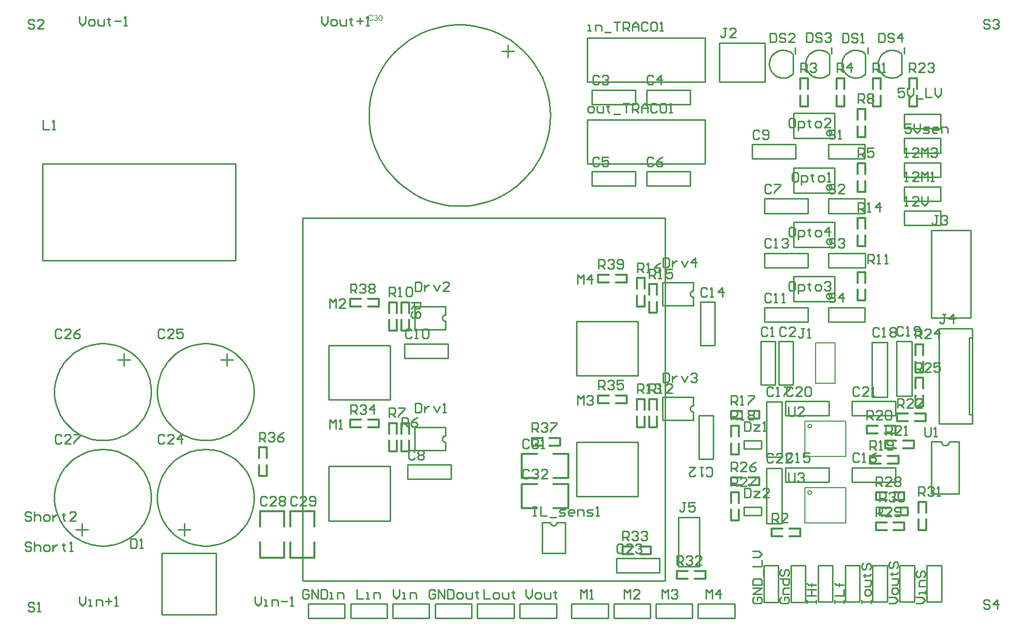
<source format=gto>
%FSTAX23Y23*%
%MOIN*%
%SFA1B1*%

%IPPOS*%
%ADD89C,0.010000*%
%ADD90C,0.005000*%
%ADD91C,0.007874*%
%ADD92C,0.012000*%
%LNpcb4-1*%
%LPD*%
G36*
X03068Y04985D02*
X03069Y04985D01*
X0307Y04984*
X03071Y04984*
X03072Y04984*
X03073Y04983*
X03073*
X03073Y04983*
X03073Y04983*
X03073Y04983*
X03074Y04983*
X03075Y04982*
X03075Y04981*
X03076Y04981*
X03076Y0498*
X03077Y0498*
X03077Y04979*
X03077Y04979*
X03077Y04978*
X03078Y04977*
X03078Y04976*
X03079Y04975*
X03079Y04974*
Y04974*
X03079Y04974*
X03079Y04974*
X03079Y04973*
X03079Y04973*
X03079Y04973*
X03079Y04972*
X03079Y04972*
X03079Y04971*
X03079Y0497*
X0308Y0497*
X0308Y04969*
X0308Y04968*
Y04967*
X0308Y04966*
Y04965*
Y04965*
Y04965*
Y04964*
Y04964*
X0308Y04963*
Y04963*
X0308Y04962*
X0308Y04961*
X03079Y04959*
X03079Y04958*
X03079Y04956*
X03079Y04955*
X03078Y04954*
Y04954*
X03078Y04954*
X03078Y04954*
X03078Y04953*
X03078Y04953*
X03078Y04953*
X03077Y04952*
X03077Y04951*
X03076Y0495*
X03075Y04949*
X03074Y04948*
X03074*
X03074Y04948*
X03074Y04947*
X03074Y04947*
X03073Y04947*
X03073Y04947*
X03072Y04947*
X03071Y04946*
X0307Y04946*
X03069Y04946*
X03067Y04945*
X03067*
X03066Y04946*
X03066Y04946*
X03065Y04946*
X03065Y04946*
X03064Y04946*
X03063Y04946*
X03063Y04946*
X03062Y04947*
X03061Y04947*
X0306Y04948*
X0306Y04948*
X03059Y04949*
X03058Y04949*
X03058Y04949*
X03058Y0495*
X03058Y0495*
X03058Y0495*
X03058Y04951*
X03057Y04952*
X03057Y04952*
X03057Y04953*
X03056Y04954*
X03056Y04955*
X03056Y04957*
X03055Y04958*
X03055Y0496*
X03055Y04961*
X03055Y04963*
X03055Y04965*
Y04965*
Y04965*
Y04966*
Y04966*
X03055Y04967*
Y04967*
X03055Y04968*
X03055Y04969*
X03055Y04971*
X03055Y04973*
X03056Y04974*
X03056Y04975*
X03056Y04976*
Y04976*
X03056Y04976*
X03056Y04976*
X03056Y04977*
X03056Y04977*
X03057Y04977*
X03057Y04978*
X03058Y04979*
X03058Y0498*
X03059Y04982*
X0306Y04982*
X0306*
X0306Y04983*
X0306Y04983*
X03061Y04983*
X03061Y04983*
X03061Y04983*
X03062Y04984*
X03063Y04984*
X03064Y04984*
X03066Y04985*
X03067Y04985*
X03068*
X03068Y04985*
G37*
G36*
X03038D02*
X03039Y04985D01*
X0304Y04984*
X03041Y04984*
X03042Y04984*
X03043Y04983*
X03043*
X03043Y04983*
X03043Y04983*
X03044Y04983*
X03044Y04982*
X03045Y04982*
X03045Y04981*
X03046Y0498*
X03047Y0498*
X03047Y0498*
X03047Y04979*
X03047Y04979*
X03047Y04978*
X03048Y04977*
X03048Y04977*
X03048Y04976*
X03048Y04975*
Y04975*
Y04974*
X03048Y04974*
X03048Y04973*
X03048Y04972*
X03047Y04972*
X03047Y04971*
X03047Y0497*
X03047Y0497*
X03046Y0497*
X03046Y04969*
X03046Y04969*
X03045Y04968*
X03044Y04968*
X03044Y04967*
X03043Y04967*
X03043*
X03043Y04967*
X03043Y04967*
X03043Y04967*
X03044Y04967*
X03045Y04966*
X03046Y04966*
X03046Y04965*
X03047Y04965*
X03048Y04964*
X03048Y04964*
X03048Y04963*
X03049Y04963*
X03049Y04962*
X03049Y04961*
X0305Y0496*
X0305Y04959*
X0305Y04957*
Y04957*
Y04957*
Y04957*
X0305Y04957*
X0305Y04956*
X0305Y04956*
X0305Y04955*
X0305Y04955*
X03049Y04953*
X03049Y04952*
X03048Y04952*
X03048Y04951*
X03047Y0495*
X03047Y0495*
X03046Y04949*
X03046Y04949*
X03046Y04949*
X03046Y04949*
X03046Y04948*
X03045Y04948*
X03045Y04948*
X03044Y04948*
X03044Y04947*
X03043Y04947*
X03042Y04947*
X03042Y04946*
X03041Y04946*
X0304Y04946*
X03039Y04946*
X03038Y04946*
X03037Y04945*
X03037*
X03036Y04946*
X03036Y04946*
X03035Y04946*
X03035Y04946*
X03034Y04946*
X03033Y04946*
X03031Y04947*
X03031Y04947*
X0303Y04947*
X03029Y04948*
X03029Y04948*
X03029Y04949*
X03028Y04949*
X03028Y04949*
X03028Y04949*
X03028Y04949*
X03028Y0495*
X03027Y0495*
X03027Y04951*
X03027Y04951*
X03026Y04952*
X03026Y04953*
X03025Y04955*
X03025Y04955*
X03025Y04956*
X0303Y04957*
Y04957*
X0303Y04957*
X0303Y04957*
X0303Y04956*
X0303Y04956*
X0303Y04956*
X0303Y04955*
X03031Y04954*
X03031Y04953*
X03032Y04952*
X03032Y04951*
X03032Y04951*
X03033Y04951*
X03033Y04951*
X03034Y0495*
X03034Y0495*
X03035Y0495*
X03036Y04949*
X03037Y04949*
X03037*
X03038Y04949*
X03038Y04949*
X03039Y0495*
X0304Y0495*
X03041Y0495*
X03042Y04951*
X03043Y04952*
X03043Y04952*
X03043Y04952*
X03043Y04953*
X03044Y04953*
X03044Y04954*
X03045Y04955*
X03045Y04956*
X03045Y04957*
Y04957*
Y04958*
Y04958*
X03045Y04958*
X03045Y04959*
X03045Y04959*
X03044Y0496*
X03044Y04961*
X03044Y04962*
X03043Y04963*
X03043Y04963*
X03042Y04963*
X03042Y04963*
X03041Y04964*
X03041Y04964*
X0304Y04965*
X03039Y04965*
X03037Y04965*
X03037*
X03037Y04965*
X03036Y04965*
X03036Y04965*
X03035Y04965*
X03034Y04964*
X03035Y04968*
X03035*
X03035Y04968*
X03036*
X03037Y04969*
X03037Y04969*
X03038Y04969*
X03039Y04969*
X0304Y04969*
X03041Y0497*
X03041*
X03041Y0497*
X03041Y0497*
X03042Y04971*
X03042Y04971*
X03043Y04972*
X03043Y04973*
X03043Y04974*
X03043Y04974*
Y04975*
Y04975*
Y04975*
Y04975*
X03043Y04976*
X03043Y04976*
X03043Y04977*
X03043Y04978*
X03042Y04978*
X03042Y04979*
X03041Y04979*
X03041Y04979*
X03041Y0498*
X0304Y0498*
X0304Y0498*
X03039Y04981*
X03038Y04981*
X03037Y04981*
X03037*
X03036Y04981*
X03035Y04981*
X03035Y0498*
X03034Y0498*
X03033Y0498*
X03032Y04979*
X03032Y04979*
X03032Y04979*
X03032Y04978*
X03031Y04978*
X03031Y04977*
X03031Y04976*
X0303Y04975*
X0303Y04974*
X03025Y04975*
Y04975*
X03025Y04975*
X03025Y04975*
X03026Y04976*
X03026Y04976*
X03026Y04976*
X03026Y04977*
X03027Y04979*
X03027Y0498*
X03028Y04981*
X03029Y04982*
X03029Y04982*
X03029Y04982*
X0303Y04982*
X0303Y04982*
X0303Y04983*
X0303Y04983*
X03031Y04983*
X03031Y04983*
X03032Y04984*
X03034Y04984*
X03035Y04985*
X03036Y04985*
X03037*
X03038Y04985*
G37*
G36*
X03006Y04985D02*
X03006Y04985D01*
X03007Y04985*
X03007Y04985*
X03008Y04985*
X03009Y04984*
X03011Y04984*
X03012Y04984*
X03013Y04983*
X03014Y04983*
X03014Y04982*
X03014Y04982*
X03014Y04982*
X03015Y04982*
X03015Y04982*
X03015Y04981*
X03016Y04981*
X03016Y04981*
X03016Y0498*
X03017Y0498*
X03017Y04979*
X03018Y04978*
X03018Y04978*
X03019Y04977*
X03019Y04976*
X03019Y04975*
X0302Y04974*
X03015Y04973*
Y04973*
X03015Y04973*
X03015Y04973*
X03015Y04973*
X03014Y04974*
X03014Y04974*
X03014Y04975*
X03013Y04976*
X03013Y04977*
X03012Y04978*
X03011Y04979*
X03011Y04979*
X0301Y04979*
X0301Y0498*
X03009Y0498*
X03008Y0498*
X03007Y04981*
X03006Y04981*
X03004Y04981*
X03004*
X03004Y04981*
X03003*
X03003Y04981*
X03002Y04981*
X03001Y0498*
X02999Y0498*
X02998Y04979*
X02997Y04979*
X02997*
X02997Y04979*
X02997Y04978*
X02996Y04978*
X02995Y04977*
X02995Y04976*
X02994Y04975*
X02993Y04974*
X02993Y04973*
Y04973*
X02993Y04973*
X02993Y04973*
X02993Y04972*
X02993Y04972*
X02992Y04972*
X02992Y04971*
X02992Y0497*
X02992Y04968*
X02992Y04967*
X02992Y04966*
Y04966*
Y04965*
Y04965*
Y04965*
X02992Y04964*
Y04964*
X02992Y04963*
X02992Y04963*
X02992Y04961*
X02992Y0496*
X02993Y04959*
X02993Y04957*
Y04957*
X02993Y04957*
X02993Y04957*
X02993Y04956*
X02994Y04956*
X02994Y04955*
X02995Y04954*
X02996Y04953*
X02996Y04952*
X02998Y04952*
X02998*
X02998Y04952*
X02998Y04951*
X02998Y04951*
X02998Y04951*
X02999Y04951*
X02999Y04951*
X03Y0495*
X03002Y0495*
X03003Y0495*
X03004Y0495*
X03004*
X03005Y0495*
X03005*
X03006Y0495*
X03007Y0495*
X03008Y0495*
X03009Y04951*
X0301Y04951*
X03011Y04952*
X03011Y04952*
X03011Y04952*
X03011Y04952*
X03012Y04953*
X03012Y04953*
X03012Y04953*
X03012Y04953*
X03013Y04954*
X03013Y04954*
X03013Y04955*
X03014Y04955*
X03014Y04956*
X03014Y04956*
X03015Y04957*
X03015Y04958*
X03015Y04959*
X03015Y0496*
X0302Y04958*
Y04958*
X0302Y04958*
X0302Y04958*
X0302Y04957*
X0302Y04957*
X0302Y04956*
X03019Y04955*
X03019Y04955*
X03018Y04953*
X03017Y04952*
X03017Y04951*
X03016Y0495*
X03015Y04949*
X03015Y04949*
X03015Y04949*
X03015Y04949*
X03014Y04948*
X03014Y04948*
X03014Y04948*
X03013Y04948*
X03012Y04947*
X03012Y04947*
X03011Y04947*
X0301Y04947*
X0301Y04946*
X03009Y04946*
X03008Y04946*
X03007Y04946*
X03006Y04946*
X03005Y04945*
X03004*
X03003Y04946*
X03003*
X03002Y04946*
X03002Y04946*
X03001Y04946*
X02999Y04946*
X02998Y04947*
X02996Y04947*
X02995Y04948*
X02994Y04948*
X02994Y04948*
X02994Y04948*
X02994Y04948*
X02994Y04948*
X02993Y04949*
X02993Y04949*
X02993Y04949*
X02992Y0495*
X02992Y0495*
X02991Y04951*
X0299Y04952*
X02989Y04954*
X02988Y04955*
Y04955*
X02988Y04956*
X02988Y04956*
X02988Y04956*
X02988Y04957*
X02988Y04957*
X02988Y04958*
X02988Y04958*
X02987Y04959*
X02987Y0496*
X02987Y04962*
X02987Y04964*
X02987Y04966*
Y04966*
Y04966*
Y04966*
X02987Y04967*
Y04967*
X02987Y04968*
X02987Y04968*
X02987Y04969*
X02987Y04971*
X02987Y04973*
X02988Y04974*
X02989Y04976*
X02989Y04976*
X02989Y04976*
X02989Y04976*
X02989Y04977*
X02989Y04977*
X0299Y04978*
X0299Y04979*
X02991Y0498*
X02992Y04981*
X02994Y04982*
X02995Y04983*
X02995Y04983*
X02995Y04983*
X02996Y04983*
X02996Y04983*
X02996Y04983*
X02997Y04984*
X02997Y04984*
X02998Y04984*
X02999Y04984*
X02999Y04984*
X03001Y04985*
X03003Y04985*
X03005Y04985*
X03005*
X03006Y04985*
G37*
%LNpcb4-2*%
%LPC*%
G36*
X03067Y04981D02*
X03067D01*
X03067Y04981*
X03066Y04981*
X03065Y0498*
X03064Y0498*
X03064Y0498*
X03063Y04979*
X03063Y04979*
X03062Y04979*
X03062Y04978*
Y04978*
X03062Y04978*
X03062Y04978*
X03061Y04977*
X03061Y04977*
X03061Y04976*
X03061Y04976*
X03061Y04975*
X0306Y04974*
X0306Y04973*
X0306Y04972*
X0306Y04971*
X0306Y0497*
X0306Y04968*
X0306Y04967*
X03059Y04965*
Y04965*
Y04965*
Y04964*
X0306Y04964*
Y04963*
X0306Y04962*
X0306Y04961*
X0306Y0496*
X0306Y04958*
X0306Y04957*
X0306Y04956*
X03061Y04955*
X03061Y04954*
X03061Y04953*
X03062Y04952*
Y04952*
X03062Y04952*
X03062Y04952*
X03063Y04951*
X03063Y04951*
X03064Y0495*
X03065Y0495*
X03066Y04949*
X03067Y04949*
X03067Y04949*
X03068*
X03068Y04949*
X03068Y0495*
X03069Y0495*
X0307Y0495*
X03071Y04951*
X03071Y04951*
X03072Y04951*
X03072Y04952*
X03073Y04952*
Y04953*
X03073Y04953*
X03073Y04953*
X03073Y04953*
X03073Y04953*
X03073Y04954*
X03074Y04955*
X03074Y04955*
X03074Y04956*
X03074Y04957*
X03074Y04958*
X03075Y04959*
X03075Y0496*
X03075Y04962*
X03075Y04963*
Y04965*
Y04965*
Y04965*
Y04965*
Y04966*
X03075Y04967*
Y04967*
X03075Y04968*
X03075Y04969*
X03075Y0497*
X03074Y04972*
X03074Y04973*
X03074Y04974*
X03074Y04975*
X03073Y04976*
X03073Y04977*
X03073Y04978*
Y04978*
X03073Y04978*
X03072Y04978*
X03072Y04978*
X03072Y04979*
X03071Y04979*
X0307Y0498*
X03069Y0498*
X03069Y04981*
X03068Y04981*
X03068Y04981*
X03067Y04981*
G37*
%LNpcb4-3*%
%LPD*%
G54D89*
X02244Y0184D02*
D01*
X02243Y01862*
X02241Y01884*
X02237Y01906*
X02231Y01927*
X02225Y01948*
X02216Y01968*
X02207Y01988*
X02196Y02007*
X02183Y02025*
X0217Y02043*
X02155Y02059*
X02139Y02074*
X02123Y02088*
X02105Y02101*
X02086Y02113*
X02067Y02123*
X02047Y02132*
X02026Y0214*
X02005Y02146*
X01983Y0215*
X01962Y02153*
X0194Y02155*
X01918*
X01896Y02153*
X01874Y0215*
X01852Y02146*
X01831Y0214*
X01811Y02132*
X01791Y02123*
X01771Y02113*
X01753Y02101*
X01735Y02088*
X01718Y02074*
X01702Y02059*
X01687Y02043*
X01674Y02025*
X01662Y02007*
X01651Y01988*
X01641Y01968*
X01633Y01948*
X01626Y01927*
X01621Y01906*
X01617Y01884*
X01614Y01862*
X01614Y0184*
X01614Y01818*
X01617Y01796*
X01621Y01775*
X01626Y01753*
X01633Y01732*
X01641Y01712*
X01651Y01692*
X01662Y01673*
X01674Y01655*
X01687Y01638*
X01702Y01621*
X01718Y01606*
X01735Y01592*
X01753Y01579*
X01771Y01567*
X01791Y01557*
X01811Y01548*
X01831Y01541*
X01852Y01534*
X01874Y0153*
X01896Y01527*
X01918Y01525*
X0194*
X01962Y01527*
X01983Y0153*
X02005Y01534*
X02026Y01541*
X02047Y01548*
X02067Y01557*
X02086Y01567*
X02105Y01579*
X02123Y01592*
X02139Y01606*
X02155Y01621*
X0217Y01638*
X02183Y01655*
X02196Y01673*
X02207Y01692*
X02216Y01712*
X02225Y01732*
X02231Y01753*
X02237Y01775*
X02241Y01796*
X02243Y01818*
X02244Y0184*
Y02529D02*
D01*
X02243Y02551*
X02241Y02573*
X02237Y02595*
X02231Y02616*
X02225Y02637*
X02216Y02657*
X02207Y02677*
X02196Y02696*
X02183Y02714*
X0217Y02731*
X02155Y02748*
X02139Y02763*
X02123Y02777*
X02105Y0279*
X02086Y02802*
X02067Y02812*
X02047Y02821*
X02026Y02829*
X02005Y02835*
X01983Y02839*
X01962Y02842*
X0194Y02844*
X01918*
X01896Y02842*
X01874Y02839*
X01852Y02835*
X01831Y02829*
X01811Y02821*
X01791Y02812*
X01771Y02802*
X01753Y0279*
X01735Y02777*
X01718Y02763*
X01702Y02748*
X01687Y02731*
X01674Y02714*
X01662Y02696*
X01651Y02677*
X01641Y02657*
X01633Y02637*
X01626Y02616*
X01621Y02595*
X01617Y02573*
X01614Y02551*
X01614Y02529*
X01614Y02507*
X01617Y02485*
X01621Y02464*
X01626Y02442*
X01633Y02421*
X01641Y02401*
X01651Y02381*
X01662Y02362*
X01674Y02344*
X01687Y02327*
X01702Y0231*
X01718Y02295*
X01735Y02281*
X01753Y02268*
X01771Y02256*
X01791Y02246*
X01811Y02237*
X01831Y02229*
X01852Y02223*
X01874Y02219*
X01896Y02216*
X01918Y02214*
X0194*
X01962Y02216*
X01983Y02219*
X02005Y02223*
X02026Y02229*
X02047Y02237*
X02067Y02246*
X02086Y02256*
X02105Y02268*
X02123Y02281*
X02139Y02295*
X02155Y0231*
X0217Y02327*
X02183Y02344*
X02196Y02362*
X02207Y02381*
X02216Y02401*
X02225Y02421*
X02231Y02442*
X02237Y02464*
X02241Y02485*
X02243Y02507*
X02244Y02529*
X01574Y0184D02*
D01*
X01574Y01862*
X01571Y01884*
X01567Y01906*
X01562Y01927*
X01555Y01948*
X01547Y01968*
X01537Y01988*
X01526Y02007*
X01514Y02025*
X01501Y02043*
X01486Y02059*
X0147Y02074*
X01453Y02088*
X01435Y02101*
X01417Y02113*
X01397Y02123*
X01377Y02132*
X01357Y0214*
X01336Y02146*
X01314Y0215*
X01292Y02153*
X0127Y02155*
X01248*
X01226Y02153*
X01205Y0215*
X01183Y02146*
X01162Y0214*
X01141Y02132*
X01121Y02123*
X01102Y02113*
X01083Y02101*
X01065Y02088*
X01049Y02074*
X01033Y02059*
X01018Y02043*
X01005Y02025*
X00992Y02007*
X00981Y01988*
X00972Y01968*
X00963Y01948*
X00957Y01927*
X00951Y01906*
X00947Y01884*
X00945Y01862*
X00944Y0184*
X00945Y01818*
X00947Y01796*
X00951Y01775*
X00957Y01753*
X00963Y01732*
X00972Y01712*
X00981Y01692*
X00992Y01673*
X01005Y01655*
X01018Y01638*
X01033Y01621*
X01049Y01606*
X01065Y01592*
X01083Y01579*
X01102Y01567*
X01121Y01557*
X01141Y01548*
X01162Y01541*
X01183Y01534*
X01205Y0153*
X01226Y01527*
X01248Y01525*
X0127*
X01292Y01527*
X01314Y0153*
X01336Y01534*
X01357Y01541*
X01377Y01548*
X01397Y01557*
X01417Y01567*
X01435Y01579*
X01453Y01592*
X0147Y01606*
X01486Y01621*
X01501Y01638*
X01514Y01655*
X01526Y01673*
X01537Y01692*
X01547Y01712*
X01555Y01732*
X01562Y01753*
X01567Y01775*
X01571Y01796*
X01574Y01818*
X01574Y0184*
Y02529D02*
D01*
X01574Y02551*
X01571Y02573*
X01567Y02595*
X01562Y02616*
X01555Y02637*
X01547Y02657*
X01537Y02677*
X01526Y02696*
X01514Y02714*
X01501Y02731*
X01486Y02748*
X0147Y02763*
X01453Y02777*
X01435Y0279*
X01417Y02802*
X01397Y02812*
X01377Y02821*
X01357Y02829*
X01336Y02835*
X01314Y02839*
X01292Y02842*
X0127Y02844*
X01248*
X01226Y02842*
X01205Y02839*
X01183Y02835*
X01162Y02829*
X01141Y02821*
X01121Y02812*
X01102Y02802*
X01083Y0279*
X01065Y02777*
X01049Y02763*
X01033Y02748*
X01018Y02731*
X01005Y02714*
X00992Y02696*
X00981Y02677*
X00972Y02657*
X00963Y02637*
X00957Y02616*
X00951Y02595*
X00947Y02573*
X00945Y02551*
X00944Y02529*
X00945Y02507*
X00947Y02485*
X00951Y02464*
X00957Y02442*
X00963Y02421*
X00972Y02401*
X00981Y02381*
X00992Y02362*
X01005Y02344*
X01018Y02327*
X01033Y0231*
X01049Y02295*
X01065Y02281*
X01083Y02268*
X01102Y02256*
X01121Y02246*
X01141Y02237*
X01162Y02229*
X01183Y02223*
X01205Y02219*
X01226Y02216*
X01248Y02214*
X0127*
X01292Y02216*
X01314Y02219*
X01336Y02223*
X01357Y02229*
X01377Y02237*
X01397Y02246*
X01417Y02256*
X01435Y02268*
X01453Y02281*
X0147Y02295*
X01486Y0231*
X01501Y02327*
X01514Y02344*
X01526Y02362*
X01537Y02381*
X01547Y02401*
X01555Y02421*
X01562Y02442*
X01567Y02464*
X01571Y02485*
X01574Y02507*
X01574Y02529*
X04173Y0433D02*
D01*
X04171Y04371*
X04167Y04412*
X0416Y04453*
X0415Y04493*
X04137Y04532*
X04122Y0457*
X04104Y04607*
X04083Y04643*
X0406Y04677*
X04035Y0471*
X04007Y0474*
X03977Y04769*
X03946Y04796*
X03912Y0482*
X03877Y04842*
X03841Y04861*
X03803Y04878*
X03765Y04892*
X03725Y04903*
X03685Y04912*
X03644Y04918*
X03603Y0492*
X03562*
X0352Y04918*
X0348Y04912*
X03439Y04903*
X034Y04892*
X03361Y04878*
X03323Y04861*
X03287Y04842*
X03252Y0482*
X03219Y04796*
X03187Y04769*
X03157Y0474*
X0313Y0471*
X03104Y04677*
X03081Y04643*
X03061Y04607*
X03043Y0457*
X03027Y04532*
X03015Y04493*
X03005Y04453*
X02997Y04412*
X02993Y04371*
X02992Y0433*
X02993Y04289*
X02997Y04248*
X03005Y04207*
X03015Y04167*
X03027Y04128*
X03043Y0409*
X03061Y04053*
X03081Y04017*
X03104Y03983*
X0313Y03951*
X03157Y0392*
X03187Y03891*
X03219Y03865*
X03252Y03841*
X03287Y03819*
X03323Y03799*
X03361Y03783*
X034Y03769*
X03439Y03757*
X0348Y03749*
X0352Y03743*
X03562Y0374*
X03603*
X03644Y03743*
X03685Y03749*
X03725Y03757*
X03765Y03769*
X03803Y03783*
X03841Y03799*
X03877Y03819*
X03912Y03841*
X03946Y03865*
X03977Y03891*
X04007Y0392*
X04035Y03951*
X0406Y03983*
X04083Y04017*
X04104Y04053*
X04122Y0409*
X04137Y04128*
X0415Y04167*
X0416Y04207*
X04167Y04248*
X04171Y04289*
X04173Y0433*
X04174Y01678D02*
D01*
X04174Y01677*
X04174Y01675*
X04174Y01674*
X04175Y01673*
X04175Y01671*
X04176Y0167*
X04176Y01669*
X04177Y01667*
X04178Y01666*
X04179Y01665*
X0418Y01664*
X04181Y01663*
X04182Y01662*
X04183Y01661*
X04184Y01661*
X04185Y0166*
X04186Y01659*
X04188Y01659*
X04189Y01659*
X04191Y01658*
X04192Y01658*
X04193Y01658*
X04195*
X04196Y01658*
X04197Y01658*
X04199Y01659*
X042Y01659*
X04201Y01659*
X04203Y0166*
X04204Y01661*
X04205Y01661*
X04206Y01662*
X04207Y01663*
X04208Y01664*
X04209Y01665*
X0421Y01666*
X04211Y01667*
X04212Y01669*
X04212Y0167*
X04213Y01671*
X04213Y01673*
X04214Y01674*
X04214Y01675*
X04214Y01677*
X04214Y01678*
X05103Y03187D02*
D01*
X05102Y03187*
X051Y03187*
X05099Y03187*
X05098Y03186*
X05096Y03186*
X05095Y03185*
X05094Y03185*
X05093Y03184*
X05091Y03183*
X0509Y03183*
X05089Y03182*
X05088Y03181*
X05087Y0318*
X05087Y03178*
X05086Y03177*
X05085Y03176*
X05085Y03175*
X05084Y03173*
X05084Y03172*
X05084Y03171*
X05083Y03169*
X05083Y03168*
Y03167*
X05083Y03165*
X05084Y03164*
X05084Y03162*
X05084Y03161*
X05085Y0316*
X05085Y03158*
X05086Y03157*
X05087Y03156*
X05087Y03155*
X05088Y03154*
X05089Y03153*
X0509Y03152*
X05091Y03151*
X05093Y0315*
X05094Y0315*
X05095Y03149*
X05096Y03148*
X05098Y03148*
X05099Y03148*
X051Y03147*
X05102Y03147*
X05103Y03147*
Y02439D02*
D01*
X05102Y02439*
X051Y02439*
X05099Y02439*
X05098Y02438*
X05096Y02438*
X05095Y02437*
X05094Y02437*
X05093Y02436*
X05091Y02435*
X0509Y02435*
X05089Y02434*
X05088Y02433*
X05087Y02431*
X05087Y0243*
X05086Y02429*
X05085Y02428*
X05085Y02427*
X05084Y02425*
X05084Y02424*
X05084Y02423*
X05083Y02421*
X05083Y0242*
Y02418*
X05083Y02417*
X05084Y02416*
X05084Y02414*
X05084Y02413*
X05085Y02412*
X05085Y0241*
X05086Y02409*
X05087Y02408*
X05087Y02407*
X05088Y02406*
X05089Y02405*
X0509Y02404*
X05091Y02403*
X05093Y02402*
X05094Y02402*
X05095Y02401*
X05096Y024*
X05098Y024*
X05099Y024*
X051Y02399*
X05102Y02399*
X05103Y02399*
X03489Y0303D02*
D01*
X03488Y0303*
X03486Y0303*
X03485Y03029*
X03484Y03029*
X03482Y03029*
X03481Y03028*
X0348Y03027*
X03478Y03027*
X03477Y03026*
X03476Y03025*
X03475Y03024*
X03474Y03023*
X03473Y03022*
X03472Y03021*
X03472Y0302*
X03471Y03019*
X03471Y03017*
X0347Y03016*
X0347Y03015*
X03469Y03013*
X03469Y03012*
X03469Y0301*
Y03009*
X03469Y03008*
X03469Y03006*
X0347Y03005*
X0347Y03004*
X03471Y03002*
X03471Y03001*
X03472Y03*
X03472Y02999*
X03473Y02997*
X03474Y02996*
X03475Y02995*
X03476Y02994*
X03477Y02994*
X03478Y02993*
X0348Y02992*
X03481Y02991*
X03482Y02991*
X03484Y02991*
X03485Y0299*
X03486Y0299*
X03488Y0299*
X03489Y0299*
Y02242D02*
D01*
X03488Y02242*
X03486Y02242*
X03485Y02242*
X03484Y02242*
X03482Y02241*
X03481Y02241*
X0348Y0224*
X03478Y02239*
X03477Y02239*
X03476Y02238*
X03475Y02237*
X03474Y02236*
X03473Y02235*
X03472Y02234*
X03472Y02232*
X03471Y02231*
X03471Y0223*
X0347Y02229*
X0347Y02227*
X03469Y02226*
X03469Y02224*
X03469Y02223*
Y02222*
X03469Y0222*
X03469Y02219*
X0347Y02217*
X0347Y02216*
X03471Y02215*
X03471Y02214*
X03472Y02212*
X03472Y02211*
X03473Y0221*
X03474Y02209*
X03475Y02208*
X03476Y02207*
X03477Y02206*
X03478Y02205*
X0348Y02205*
X03481Y02204*
X03482Y02204*
X03484Y02203*
X03485Y02203*
X03486Y02203*
X03488Y02202*
X03489Y02202*
X06719Y02205D02*
D01*
X06719Y02203*
X06719Y02201*
X06719Y02199*
X0672Y02198*
X0672Y02196*
X06721Y02194*
X06722Y02193*
X06722Y02191*
X06723Y0219*
X06724Y02188*
X06726Y02187*
X06727Y02186*
X06728Y02185*
X0673Y02184*
X06731Y02183*
X06733Y02182*
X06734Y02181*
X06736Y02181*
X06738Y0218*
X06739Y0218*
X06741Y0218*
X06743Y0218*
X06744*
X06746Y0218*
X06748Y0218*
X0675Y0218*
X06751Y02181*
X06753Y02181*
X06755Y02182*
X06756Y02183*
X06758Y02184*
X06759Y02185*
X0676Y02186*
X06762Y02187*
X06763Y02188*
X06764Y0219*
X06765Y02191*
X06766Y02193*
X06766Y02194*
X06767Y02196*
X06768Y02198*
X06768Y02199*
X06768Y02201*
X06769Y02203*
X06769Y02205*
X06461Y04729D02*
D01*
X06457Y04733*
X06452Y04737*
X06446Y04741*
X06441Y04744*
X06435Y04747*
X0643Y04749*
X06424Y04751*
X06418Y04753*
X06411Y04754*
X06405Y04755*
X06399Y04755*
X06392Y04755*
X06386Y04755*
X0638Y04754*
X06374Y04752*
X06368Y0475*
X06362Y04748*
X06356Y04746*
X0635Y04742*
X06345Y04739*
X0634Y04735*
X06335Y04731*
X06331Y04727*
X06327Y04722*
X06323Y04717*
X0632Y04711*
X06316Y04706*
X06314Y047*
X06312Y04694*
X0631Y04688*
X06308Y04682*
X06307Y04676*
X06307Y0467*
X06307Y04663*
X06307Y04657*
X06308Y04651*
X06309Y04644*
X06311Y04638*
X06313Y04632*
X06315Y04627*
X06318Y04621*
X06321Y04616*
X06325Y0461*
X06329Y04605*
X06333Y04601*
X06338Y04597*
X06343Y04593*
X06348Y04589*
X06353Y04586*
X06359Y04583*
X06365Y0458*
X06371Y04578*
X06377Y04577*
X06383Y04575*
X06389Y04575*
X06396Y04574*
X06402Y04574*
X06408Y04575*
X06414Y04576*
X06421Y04577*
X06427Y04579*
X06433Y04581*
X06438Y04584*
X06444Y04587*
X06449Y04591*
X06454Y04594*
X06459Y04599*
X06461Y04601*
X05989Y04729D02*
D01*
X05984Y04733*
X05979Y04737*
X05974Y04741*
X05969Y04744*
X05963Y04747*
X05957Y04749*
X05951Y04751*
X05945Y04753*
X05939Y04754*
X05933Y04755*
X05926Y04755*
X0592Y04755*
X05914Y04755*
X05907Y04754*
X05901Y04752*
X05895Y0475*
X05889Y04748*
X05884Y04746*
X05878Y04742*
X05873Y04739*
X05868Y04735*
X05863Y04731*
X05858Y04727*
X05854Y04722*
X05851Y04717*
X05847Y04711*
X05844Y04706*
X05841Y047*
X05839Y04694*
X05837Y04688*
X05836Y04682*
X05835Y04676*
X05834Y0467*
X05834Y04663*
X05834Y04657*
X05835Y04651*
X05836Y04644*
X05838Y04638*
X0584Y04632*
X05843Y04627*
X05845Y04621*
X05849Y04616*
X05852Y0461*
X05856Y04605*
X05861Y04601*
X05865Y04597*
X0587Y04593*
X05875Y04589*
X05881Y04586*
X05886Y04583*
X05892Y0458*
X05898Y04578*
X05904Y04577*
X05911Y04575*
X05917Y04575*
X05923Y04574*
X05929Y04574*
X05936Y04575*
X05942Y04576*
X05948Y04577*
X05954Y04579*
X0596Y04581*
X05966Y04584*
X05971Y04587*
X05977Y04591*
X05982Y04594*
X05986Y04599*
X05989Y04601*
X05753Y04729D02*
D01*
X05748Y04733*
X05743Y04737*
X05738Y04741*
X05732Y04744*
X05727Y04747*
X05721Y04749*
X05715Y04751*
X05709Y04753*
X05703Y04754*
X05696Y04755*
X0569Y04755*
X05684Y04755*
X05677Y04755*
X05671Y04754*
X05665Y04752*
X05659Y0475*
X05653Y04748*
X05647Y04746*
X05642Y04742*
X05637Y04739*
X05631Y04735*
X05627Y04731*
X05622Y04727*
X05618Y04722*
X05614Y04717*
X05611Y04711*
X05608Y04706*
X05605Y047*
X05603Y04694*
X05601Y04688*
X056Y04682*
X05599Y04676*
X05598Y0467*
X05598Y04663*
X05598Y04657*
X05599Y04651*
X056Y04644*
X05602Y04638*
X05604Y04632*
X05606Y04627*
X05609Y04621*
X05613Y04616*
X05616Y0461*
X0562Y04605*
X05624Y04601*
X05629Y04597*
X05634Y04593*
X05639Y04589*
X05645Y04586*
X0565Y04583*
X05656Y0458*
X05662Y04578*
X05668Y04577*
X05674Y04575*
X05681Y04575*
X05687Y04574*
X05693Y04574*
X057Y04575*
X05706Y04576*
X05712Y04577*
X05718Y04579*
X05724Y04581*
X0573Y04584*
X05735Y04587*
X0574Y04591*
X05745Y04594*
X0575Y04599*
X05753Y04601*
X06225Y04729D02*
D01*
X0622Y04733*
X06215Y04737*
X0621Y04741*
X06205Y04744*
X06199Y04747*
X06193Y04749*
X06187Y04751*
X06181Y04753*
X06175Y04754*
X06169Y04755*
X06162Y04755*
X06156Y04755*
X0615Y04755*
X06144Y04754*
X06137Y04752*
X06131Y0475*
X06126Y04748*
X0612Y04746*
X06114Y04742*
X06109Y04739*
X06104Y04735*
X06099Y04731*
X06095Y04727*
X06091Y04722*
X06087Y04717*
X06083Y04711*
X0608Y04706*
X06078Y047*
X06075Y04694*
X06073Y04688*
X06072Y04682*
X06071Y04676*
X0607Y0467*
X0607Y04663*
X06071Y04657*
X06071Y04651*
X06073Y04644*
X06074Y04638*
X06076Y04632*
X06079Y04627*
X06082Y04621*
X06085Y04616*
X06089Y0461*
X06093Y04605*
X06097Y04601*
X06102Y04597*
X06106Y04593*
X06112Y04589*
X06117Y04586*
X06123Y04583*
X06128Y0458*
X06134Y04578*
X06141Y04577*
X06147Y04575*
X06153Y04575*
X06159Y04574*
X06166Y04574*
X06172Y04575*
X06178Y04576*
X06184Y04577*
X0619Y04579*
X06196Y04581*
X06202Y04584*
X06208Y04587*
X06213Y04591*
X06218Y04594*
X06223Y04599*
X06225Y04601*
X06005Y03507D02*
D01*
X06005Y03509*
X06005Y0351*
X06005Y03511*
X06005Y03512*
X06004Y03513*
X06004Y03515*
X06003Y03516*
X06003Y03517*
X06002Y03518*
X06001Y03519*
X06Y0352*
X05999Y0352*
X05999Y03521*
X05998Y03522*
X05996Y03523*
X05995Y03523*
X05994Y03524*
X05993Y03524*
X05992Y03524*
X05991Y03525*
X0599Y03525*
X05988Y03525*
X05987*
X05986Y03525*
X05985Y03525*
X05983Y03524*
X05982Y03524*
X05981Y03524*
X0598Y03523*
X05979Y03523*
X05978Y03522*
X05977Y03521*
X05976Y0352*
X05975Y0352*
X05974Y03519*
X05973Y03518*
X05973Y03517*
X05972Y03516*
X05972Y03515*
X05971Y03513*
X05971Y03512*
X0597Y03511*
X0597Y0351*
X0597Y03509*
X0597Y03507*
X0597Y03506*
X0597Y03505*
X0597Y03504*
X05971Y03503*
X05971Y03501*
X05972Y035*
X05972Y03499*
X05973Y03498*
X05973Y03497*
X05974Y03496*
X05975Y03495*
X05976Y03494*
X05977Y03494*
X05978Y03493*
X05979Y03492*
X0598Y03492*
X05981Y03491*
X05982Y03491*
X05983Y0349*
X05985Y0349*
X05986Y0349*
X05987Y0349*
X05988*
X0599Y0349*
X05991Y0349*
X05992Y0349*
X05993Y03491*
X05994Y03491*
X05995Y03492*
X05996Y03492*
X05998Y03493*
X05999Y03494*
X05999Y03494*
X06Y03495*
X06001Y03496*
X06002Y03497*
X06003Y03498*
X06003Y03499*
X06004Y035*
X06004Y03501*
X06005Y03503*
X06005Y03504*
X06005Y03505*
X06005Y03506*
X06005Y03507*
Y03153D02*
D01*
X06005Y03154*
X06005Y03155*
X06005Y03157*
X06005Y03158*
X06004Y03159*
X06004Y0316*
X06003Y03161*
X06003Y03162*
X06002Y03163*
X06001Y03164*
X06Y03165*
X05999Y03166*
X05999Y03167*
X05998Y03168*
X05996Y03168*
X05995Y03169*
X05994Y03169*
X05993Y0317*
X05992Y0317*
X05991Y0317*
X0599Y03171*
X05988Y03171*
X05987*
X05986Y03171*
X05985Y0317*
X05983Y0317*
X05982Y0317*
X05981Y03169*
X0598Y03169*
X05979Y03168*
X05978Y03168*
X05977Y03167*
X05976Y03166*
X05975Y03165*
X05974Y03164*
X05973Y03163*
X05973Y03162*
X05972Y03161*
X05972Y0316*
X05971Y03159*
X05971Y03158*
X0597Y03157*
X0597Y03155*
X0597Y03154*
X0597Y03153*
X0597Y03152*
X0597Y03151*
X0597Y03149*
X05971Y03148*
X05971Y03147*
X05972Y03146*
X05972Y03145*
X05973Y03144*
X05973Y03143*
X05974Y03142*
X05975Y03141*
X05976Y0314*
X05977Y03139*
X05978Y03138*
X05979Y03138*
X0598Y03137*
X05981Y03137*
X05982Y03136*
X05983Y03136*
X05985Y03136*
X05986Y03136*
X05987Y03135*
X05988*
X0599Y03136*
X05991Y03136*
X05992Y03136*
X05993Y03136*
X05994Y03137*
X05995Y03137*
X05996Y03138*
X05998Y03138*
X05999Y03139*
X05999Y0314*
X06Y03141*
X06001Y03142*
X06002Y03143*
X06003Y03144*
X06003Y03145*
X06004Y03146*
X06004Y03147*
X06005Y03148*
X06005Y03149*
X06005Y03151*
X06005Y03152*
X06005Y03153*
Y03862D02*
D01*
X06005Y03863*
X06005Y03864*
X06005Y03865*
X06005Y03867*
X06004Y03868*
X06004Y03869*
X06003Y0387*
X06003Y03871*
X06002Y03872*
X06001Y03873*
X06Y03874*
X05999Y03875*
X05999Y03876*
X05998Y03876*
X05996Y03877*
X05995Y03878*
X05994Y03878*
X05993Y03878*
X05992Y03879*
X05991Y03879*
X0599Y03879*
X05988Y03879*
X05987*
X05986Y03879*
X05985Y03879*
X05983Y03879*
X05982Y03878*
X05981Y03878*
X0598Y03878*
X05979Y03877*
X05978Y03876*
X05977Y03876*
X05976Y03875*
X05975Y03874*
X05974Y03873*
X05973Y03872*
X05973Y03871*
X05972Y0387*
X05972Y03869*
X05971Y03868*
X05971Y03867*
X0597Y03865*
X0597Y03864*
X0597Y03863*
X0597Y03862*
X0597Y0386*
X0597Y03859*
X0597Y03858*
X05971Y03857*
X05971Y03856*
X05972Y03855*
X05972Y03853*
X05973Y03852*
X05973Y03851*
X05974Y0385*
X05975Y03849*
X05976Y03849*
X05977Y03848*
X05978Y03847*
X05979Y03846*
X0598Y03846*
X05981Y03845*
X05982Y03845*
X05983Y03845*
X05985Y03844*
X05986Y03844*
X05987Y03844*
X05988*
X0599Y03844*
X05991Y03844*
X05992Y03845*
X05993Y03845*
X05994Y03845*
X05995Y03846*
X05996Y03846*
X05998Y03847*
X05999Y03848*
X05999Y03849*
X06Y03849*
X06001Y0385*
X06002Y03851*
X06003Y03852*
X06003Y03853*
X06004Y03855*
X06004Y03856*
X06005Y03857*
X06005Y03858*
X06005Y03859*
X06005Y0386*
X06005Y03862*
Y04216D02*
D01*
X06005Y04217*
X06005Y04218*
X06005Y0422*
X06005Y04221*
X06004Y04222*
X06004Y04223*
X06003Y04224*
X06003Y04225*
X06002Y04226*
X06001Y04227*
X06Y04228*
X05999Y04229*
X05999Y0423*
X05998Y04231*
X05996Y04231*
X05995Y04232*
X05994Y04232*
X05993Y04233*
X05992Y04233*
X05991Y04233*
X0599Y04234*
X05988Y04234*
X05987*
X05986Y04234*
X05985Y04233*
X05983Y04233*
X05982Y04233*
X05981Y04232*
X0598Y04232*
X05979Y04231*
X05978Y04231*
X05977Y0423*
X05976Y04229*
X05975Y04228*
X05974Y04227*
X05973Y04226*
X05973Y04225*
X05972Y04224*
X05972Y04223*
X05971Y04222*
X05971Y04221*
X0597Y0422*
X0597Y04218*
X0597Y04217*
X0597Y04216*
X0597Y04215*
X0597Y04214*
X0597Y04212*
X05971Y04211*
X05971Y0421*
X05972Y04209*
X05972Y04208*
X05973Y04207*
X05973Y04206*
X05974Y04205*
X05975Y04204*
X05976Y04203*
X05977Y04202*
X05978Y04201*
X05979Y04201*
X0598Y042*
X05981Y042*
X05982Y04199*
X05983Y04199*
X05985Y04199*
X05986Y04199*
X05987Y04198*
X05988*
X0599Y04199*
X05991Y04199*
X05992Y04199*
X05993Y04199*
X05994Y042*
X05995Y042*
X05996Y04201*
X05998Y04201*
X05999Y04202*
X05999Y04203*
X06Y04204*
X06001Y04205*
X06002Y04206*
X06003Y04207*
X06003Y04208*
X06004Y04209*
X06004Y0421*
X06005Y04211*
X06005Y04212*
X06005Y04214*
X06005Y04215*
X06005Y04216*
X05181Y04015D02*
Y04303D01*
X04413Y04015D02*
Y04303D01*
X05181*
X04413Y04015D02*
X05181D01*
X04413Y04547D02*
X05181D01*
X04413Y04834D02*
X05181D01*
X04413Y04547D02*
Y04834D01*
X05181Y04547D02*
Y04834D01*
X05679Y01832D02*
Y01873D01*
X05579Y01673D02*
X05679D01*
X05579D02*
Y02032D01*
X05679*
Y01948D02*
Y02032D01*
Y01673D02*
Y01832D01*
Y01873D02*
Y01948D01*
X06526Y02659D02*
Y027D01*
X06426Y025D02*
X06526D01*
X06426D02*
Y02859D01*
X06526*
Y02775D02*
Y02859D01*
Y025D02*
Y02659D01*
Y027D02*
Y02775D01*
X06268Y02653D02*
Y02694D01*
Y02853D02*
X06368D01*
Y02495D02*
Y02853D01*
X06268Y02495D02*
X06368D01*
X06268D02*
Y02578D01*
Y02694D02*
Y02853D01*
Y02578D02*
Y02653D01*
X05679Y02265D02*
Y02306D01*
X05579Y02106D02*
X05679D01*
X05579D02*
Y02465D01*
X05679*
Y02381D02*
Y02465D01*
Y02106D02*
Y02265D01*
Y02306D02*
Y02381D01*
X06909Y03011D02*
Y03582D01*
X06653Y03011D02*
Y03582D01*
X06909*
X06653Y03011D02*
X06909D01*
X05275Y04547D02*
Y04803D01*
X0557Y04547D02*
Y04803D01*
X05275D02*
X0557D01*
X05275Y04547D02*
X0557D01*
X01751Y01631D02*
X01831D01*
X01791Y01591D02*
Y01671D01*
X02026Y02739D02*
X02106D01*
X02066Y02699D02*
Y02779D01*
X01082Y01631D02*
X01162D01*
X01122Y01591D02*
Y01671D01*
X01357Y02739D02*
X01437D01*
X01397Y02699D02*
Y02779D01*
X03897Y04708D02*
Y04788D01*
X03857Y04748D02*
X03937D01*
X00866Y04015D02*
X02125D01*
X00866Y03385D02*
X02125D01*
Y04015*
X00866Y03385D02*
Y04015D01*
X05433Y01724D02*
Y01779D01*
X05547*
Y01724D02*
Y01779D01*
X05433Y01724D02*
X05547D01*
X05433Y02157D02*
Y02212D01*
X05547*
Y02157D02*
Y02212D01*
X05433Y02157D02*
X05547D01*
X03131Y02477D02*
Y02832D01*
X02731Y02477D02*
X03131D01*
X02731D02*
Y02832D01*
X03131*
X04745Y01847D02*
Y02202D01*
X04345Y01847D02*
X04745D01*
X04345D02*
Y02202D01*
X04745*
Y02634D02*
Y02989D01*
X04345Y02634D02*
X04745D01*
X04345D02*
Y02989D01*
X04745*
X03131Y01689D02*
Y02044D01*
X02731Y01689D02*
X03131D01*
X02731D02*
Y02044D01*
X03131*
X05123Y01713D02*
X05143D01*
X05008Y01393D02*
Y01713D01*
Y01393D02*
X05143D01*
X05008Y01713D02*
X05123D01*
X05143Y01393D02*
Y01713D01*
X01643Y01477D02*
X01998D01*
Y01077D02*
Y01477D01*
X01643Y01077D02*
X01998D01*
X01643D02*
Y01477D01*
X06137Y02468D02*
X06421D01*
X06137Y02374D02*
Y02468D01*
Y02374D02*
X06421D01*
Y02468*
X05139Y02092D02*
Y02375D01*
Y02092D02*
X05234D01*
Y02375*
X05139D02*
X05234D01*
X05149Y0283D02*
Y03114D01*
Y0283D02*
X05244D01*
Y03114*
X05149D02*
X05244D01*
X05566Y03338D02*
X0585D01*
Y03433*
X05566D02*
X0585D01*
X05566Y03338D02*
Y03433D01*
Y02984D02*
X0585D01*
Y03078*
X05566D02*
X0585D01*
X05566Y02984D02*
Y03078D01*
X03224Y02842D02*
X03507D01*
X03224Y02748D02*
Y02842D01*
Y02748D02*
X03507D01*
Y02842*
X05488Y04047D02*
X05771D01*
Y04141*
X05488D02*
X05771D01*
X05488Y04047D02*
Y04141D01*
X03244Y02055D02*
X03527D01*
X03244Y0196D02*
Y02055D01*
Y0196D02*
X03527D01*
Y02055*
X05566Y03692D02*
X0585D01*
Y03787*
X05566D02*
X0585D01*
X05566Y03692D02*
Y03787D01*
X05543Y02574D02*
Y02858D01*
Y02574D02*
X05637D01*
Y02858*
X05543D02*
X05637D01*
X05661Y02574D02*
Y02858D01*
Y02574D02*
X05755D01*
Y02858*
X05661D02*
X05755D01*
X04444Y04496D02*
X04728D01*
X04444Y04401D02*
Y04496D01*
Y04401D02*
X04728D01*
Y04496*
X04799D02*
X05082D01*
X04799Y04401D02*
Y04496D01*
Y04401D02*
X05082D01*
Y04496*
X04444Y03964D02*
X04728D01*
X04444Y0387D02*
Y03964D01*
Y0387D02*
X04728D01*
Y03964*
X04799D02*
X05082D01*
X04799Y0387D02*
Y03964D01*
Y0387D02*
X05082D01*
Y03964*
X05704Y02035D02*
X05988D01*
X05704Y0194D02*
Y02035D01*
Y0194D02*
X05988D01*
Y02035*
X06137D02*
X06421D01*
X06137Y0194D02*
Y02035D01*
Y0194D02*
X06421D01*
Y02035*
X05704Y02468D02*
X05988D01*
X05704Y02374D02*
Y02468D01*
Y02374D02*
X05988D01*
Y02468*
X04602Y01444D02*
X04885D01*
X04602Y0135D02*
Y01444D01*
Y0135D02*
X04885D01*
Y01444*
X06899Y02881D02*
X06919D01*
X06899Y02381D02*
Y02881D01*
Y02381D02*
X06919D01*
Y02322D02*
Y0294D01*
X06702Y02322D02*
Y0294D01*
X06919*
X06702Y02322D02*
X06919D01*
X05917Y01161D02*
Y01399D01*
X06011*
X05917Y01161D02*
X06011D01*
Y01399*
X06094Y01161D02*
Y01399D01*
X06188*
X06094Y01161D02*
X06188D01*
Y01399*
X06271Y01161D02*
Y01399D01*
X06366*
X06271Y01161D02*
X06366D01*
Y01399*
X06448Y01161D02*
Y01399D01*
X06543*
X06448Y01161D02*
X06543D01*
Y01399*
X06625Y01161D02*
Y01399D01*
X0672*
X06625Y01161D02*
X0672D01*
Y01399*
X06476Y04338D02*
X06714D01*
Y04244D02*
Y04338D01*
X06476Y04244D02*
Y04338D01*
Y04244D02*
X06714D01*
X06476Y04181D02*
X06714D01*
Y04086D02*
Y04181D01*
X06476Y04086D02*
Y04181D01*
Y04086D02*
X06714D01*
X06476Y04023D02*
X06714D01*
Y03929D02*
Y04023D01*
X06476Y03929D02*
Y04023D01*
Y03929D02*
X06714D01*
X06476Y03866D02*
X06714D01*
Y03771D02*
Y03866D01*
X06476Y03771D02*
Y03866D01*
Y03771D02*
X06714D01*
X06476Y03708D02*
X06714D01*
Y03614D02*
Y03708D01*
X06476Y03614D02*
Y03708D01*
Y03614D02*
X06714D01*
X05657Y01159D02*
Y01397D01*
X05562Y01159D02*
X05657D01*
X05562Y01397D02*
X05657D01*
X05562Y01159D02*
Y01397D01*
X05834Y01159D02*
Y01397D01*
X0574Y01159D02*
X05834D01*
X0574Y01397D02*
X05834D01*
X0574Y01159D02*
Y01397D01*
X05135Y01055D02*
X05374D01*
X05135D02*
Y01149D01*
X05374Y01055D02*
Y01149D01*
X05135D02*
X05374D01*
X0486Y01055D02*
X05098D01*
X0486D02*
Y01149D01*
X05098Y01055D02*
Y01149D01*
X0486D02*
X05098D01*
X04586D02*
X04824D01*
Y01055D02*
Y01149D01*
X04586Y01055D02*
Y01149D01*
Y01055D02*
X04824D01*
X04311Y01149D02*
X04549D01*
Y01055D02*
Y01149D01*
X04311Y01055D02*
Y01149D01*
Y01055D02*
X04549D01*
X05982Y02984D02*
X0622D01*
X05982D02*
Y03078D01*
X0622Y02984D02*
Y03078D01*
X05982D02*
X0622D01*
X05984Y03433D02*
X06222D01*
Y03338D02*
Y03433D01*
X05984Y03338D02*
Y03433D01*
Y03338D02*
X06222D01*
X05982Y03692D02*
X0622D01*
X05982D02*
Y03787D01*
X0622Y03692D02*
Y03787D01*
X05982D02*
X0622D01*
X05982Y04047D02*
X0622D01*
X05982D02*
Y04141D01*
X0622Y04047D02*
Y04141D01*
X05982D02*
X0622D01*
X03974Y01055D02*
X04212D01*
X03974D02*
Y01149D01*
X04212Y01055D02*
Y01149D01*
X03974D02*
X04212D01*
X03147Y01055D02*
X03385D01*
X03147D02*
Y01149D01*
X03385Y01055D02*
Y01149D01*
X03147D02*
X03385D01*
X03698Y01055D02*
X03937D01*
X03698D02*
Y01149D01*
X03937Y01055D02*
Y01149D01*
X03698D02*
X03937D01*
X02872Y01055D02*
X0311D01*
X02872D02*
Y01149D01*
X0311Y01055D02*
Y01149D01*
X02872D02*
X0311D01*
X03423Y01055D02*
X03661D01*
X03423D02*
Y01149D01*
X03661Y01055D02*
Y01149D01*
X03423D02*
X03661D01*
X02596Y01055D02*
X02834D01*
X02596D02*
Y01149D01*
X02834Y01055D02*
Y01149D01*
X02596D02*
X02834D01*
X04119Y01678D02*
X04174D01*
X04119Y01478D02*
Y01678D01*
X04269Y01478D02*
Y01678D01*
X04214D02*
X04269D01*
X04119Y01478D02*
X04269D01*
X05103Y03187D02*
Y03242D01*
X04903D02*
X05103D01*
X04903Y03092D02*
X05103D01*
Y03147*
X04903Y03092D02*
Y03242D01*
X05103Y02439D02*
Y02494D01*
X04903D02*
X05103D01*
X04903Y02344D02*
X05103D01*
Y02399*
X04903Y02344D02*
Y02494D01*
X03489Y0303D02*
Y03085D01*
X03289D02*
X03489D01*
X03289Y02935D02*
X03489D01*
Y0299*
X03289Y02935D02*
Y03085D01*
X03489Y02242D02*
Y02297D01*
X03289D02*
X03489D01*
X03289Y02147D02*
X03489D01*
Y02202*
X03289Y02147D02*
Y02297D01*
X06728Y01865D02*
X06834D01*
X06653D02*
Y02205D01*
Y01865D02*
X06728D01*
X06834D02*
Y02205D01*
X06769D02*
X06834D01*
X06653D02*
X06719D01*
X06476Y04732D02*
Y04772D01*
X06461Y04601D02*
Y04729D01*
X06003Y04732D02*
Y04772D01*
X05989Y04601D02*
Y04729D01*
X05767Y04732D02*
Y04772D01*
X05753Y04601D02*
Y04729D01*
X0624Y04732D02*
Y04772D01*
X06225Y04601D02*
Y04729D01*
X06023Y03472D02*
Y03635D01*
X05758Y03472D02*
Y03635D01*
Y03472D02*
X06023D01*
X05758Y03635D02*
X06023D01*
Y03118D02*
Y03281D01*
X05758Y03118D02*
Y03281D01*
Y03118D02*
X06023D01*
X05758Y03281D02*
X06023D01*
Y03826D02*
Y03989D01*
X05758Y03826D02*
Y03989D01*
Y03826D02*
X06023D01*
X05758Y03989D02*
X06023D01*
Y04181D02*
Y04344D01*
X05758Y04181D02*
Y04344D01*
Y04181D02*
X06023D01*
X05758Y04344D02*
X06023D01*
X02559Y01299D02*
Y03661D01*
Y01299D02*
X04921D01*
Y03661*
X02559D02*
X04921D01*
X02559D02*
D01*
X06747Y03036D02*
X06727D01*
X06737*
Y02986*
X06727Y02976*
X06717*
X06707Y02986*
X06797Y02976D02*
Y03036D01*
X06767Y03006*
X06807*
X00794Y01737D02*
X00784Y01747D01*
X00764*
X00754Y01737*
Y01727*
X00764Y01717*
X00784*
X00794Y01707*
Y01697*
X00784Y01687*
X00764*
X00754Y01697*
X00814Y01747D02*
Y01687D01*
Y01717*
X00824Y01727*
X00844*
X00854Y01717*
Y01687*
X00884D02*
X00904D01*
X00914Y01697*
Y01717*
X00904Y01727*
X00884*
X00874Y01717*
Y01697*
X00884Y01687*
X00934Y01727D02*
Y01687D01*
Y01707*
X00944Y01717*
X00954Y01727*
X00964*
X01004Y01737D02*
Y01727D01*
X00994*
X01014*
X01004*
Y01697*
X01014Y01687*
X01084D02*
X01044D01*
X01084Y01727*
Y01737*
X01074Y01747*
X01054*
X01044Y01737*
X0099Y02929D02*
X0098Y02939D01*
X0096*
X0095Y02929*
Y02889*
X0096Y02879*
X0098*
X0099Y02889*
X0105Y02879D02*
X0101D01*
X0105Y02919*
Y02929*
X0104Y02939*
X0102*
X0101Y02929*
X0111Y02939D02*
X0109Y02929D01*
X0107Y02909*
Y02889*
X0108Y02879*
X011*
X0111Y02889*
Y02899*
X011Y02909*
X0107*
X05826Y02941D02*
X05806D01*
X05816*
Y02891*
X05806Y02881*
X05796*
X05786Y02891*
X05846Y02881D02*
X05866D01*
X05856*
Y02941*
X05846Y02931*
X03294Y02456D02*
Y02396D01*
X03324*
X03334Y02406*
Y02446*
X03324Y02456*
X03294*
X03354Y02436D02*
Y02396D01*
Y02416*
X03364Y02426*
X03374Y02436*
X03384*
X03414D02*
X03434Y02396D01*
X03454Y02436*
X03474Y02396D02*
X03494D01*
X03484*
Y02456*
X03474Y02446*
X00989Y0224D02*
X00979Y0225D01*
X00959*
X00949Y0224*
Y022*
X00959Y0219*
X00979*
X00989Y022*
X01049Y0219D02*
X01009D01*
X01049Y0223*
Y0224*
X01039Y0225*
X01019*
X01009Y0224*
X01069Y0225D02*
X01109D01*
Y0224*
X01069Y022*
Y0219*
X00794Y0154D02*
X00784Y0155D01*
X00764*
X00754Y0154*
Y0153*
X00764Y0152*
X00784*
X00794Y0151*
Y015*
X00784Y0149*
X00764*
X00754Y015*
X00814Y0155D02*
Y0149D01*
Y0152*
X00824Y0153*
X00844*
X00854Y0152*
Y0149*
X00884D02*
X00904D01*
X00914Y015*
Y0152*
X00904Y0153*
X00884*
X00874Y0152*
Y015*
X00884Y0149*
X00934Y0153D02*
Y0149D01*
Y0151*
X00944Y0152*
X00954Y0153*
X00964*
X01004Y0154D02*
Y0153D01*
X00994*
X01014*
X01004*
Y015*
X01014Y0149*
X01044D02*
X01064D01*
X01054*
Y0155*
X01044Y0154*
X01659Y02929D02*
X01649Y02939D01*
X01629*
X01619Y02929*
Y02889*
X01629Y02879*
X01649*
X01659Y02889*
X01719Y02879D02*
X01679D01*
X01719Y02919*
Y02929*
X01709Y02939*
X01689*
X01679Y02929*
X01779Y02939D02*
X01739D01*
Y02909*
X01759Y02919*
X01769*
X01779Y02909*
Y02889*
X01769Y02879*
X01749*
X01739Y02889*
X01659Y0224D02*
X01649Y0225D01*
X01629*
X01619Y0224*
Y022*
X01629Y0219*
X01649*
X01659Y022*
X01719Y0219D02*
X01679D01*
X01719Y0223*
Y0224*
X01709Y0225*
X01689*
X01679Y0224*
X01769Y0219D02*
Y0225D01*
X01739Y0222*
X01779*
X05758Y04311D02*
X05738D01*
X05728Y04301*
Y04261*
X05738Y04251*
X05758*
X05768Y04261*
Y04301*
X05758Y04311*
X05788Y04231D02*
Y04291D01*
X05818*
X05828Y04281*
Y04261*
X05818Y04251*
X05788*
X05858Y04301D02*
Y04291D01*
X05848*
X05868*
X05858*
Y04261*
X05868Y04251*
X05908D02*
X05928D01*
X05938Y04261*
Y04281*
X05928Y04291*
X05908*
X05898Y04281*
Y04261*
X05908Y04251*
X05998D02*
X05958D01*
X05998Y04291*
Y04301*
X05988Y04311*
X05968*
X05958Y04301*
X02736Y02288D02*
Y02348D01*
X02756Y02328*
X02776Y02348*
Y02288*
X02796D02*
X02816D01*
X02806*
Y02348*
X02796Y02338*
X0532Y04898D02*
X053D01*
X0531*
Y04848*
X053Y04838*
X0529*
X0528Y04848*
X0538Y04838D02*
X0534D01*
X0538Y04878*
Y04888*
X0537Y04898*
X0535*
X0534Y04888*
X04647Y01529D02*
X04637Y01539D01*
X04617*
X04607Y01529*
Y01489*
X04617Y01479*
X04637*
X04647Y01489*
X04707Y01479D02*
X04667D01*
X04707Y01519*
Y01529*
X04697Y01539*
X04677*
X04667Y01529*
X04727D02*
X04737Y01539D01*
X04757*
X04767Y01529*
Y01519*
X04757Y01509*
X04747*
X04757*
X04767Y01499*
Y01489*
X04757Y01479*
X04737*
X04727Y01489*
X0575Y02553D02*
X0574Y02563D01*
X0572*
X0571Y02553*
Y02513*
X0572Y02503*
X0574*
X0575Y02513*
X0581Y02503D02*
X0577D01*
X0581Y02543*
Y02553*
X058Y02563*
X0578*
X0577Y02553*
X0583D02*
X0584Y02563D01*
X0586*
X0587Y02553*
Y02513*
X0586Y02503*
X0584*
X0583Y02513*
Y02553*
X06182Y0212D02*
X06172Y0213D01*
X06152*
X06142Y0212*
Y0208*
X06152Y0207*
X06172*
X06182Y0208*
X06202Y0207D02*
X06222D01*
X06212*
Y0213*
X06202Y0212*
X06292Y0213D02*
X06272Y0212D01*
X06252Y021*
Y0208*
X06262Y0207*
X06282*
X06292Y0208*
Y0209*
X06282Y021*
X06252*
X05749Y0212D02*
X05739Y0213D01*
X05719*
X05709Y0212*
Y0208*
X05719Y0207*
X05739*
X05749Y0208*
X05769Y0207D02*
X05789D01*
X05779*
Y0213*
X05769Y0212*
X05859Y0213D02*
X05819D01*
Y021*
X05839Y0211*
X05849*
X05859Y021*
Y0208*
X05849Y0207*
X05829*
X05819Y0208*
X04844Y04049D02*
X04834Y04059D01*
X04814*
X04804Y04049*
Y04009*
X04814Y03999*
X04834*
X04844Y04009*
X04903Y04059D02*
X04883Y04049D01*
X04863Y04029*
Y04009*
X04873Y03999*
X04893*
X04903Y04009*
Y04019*
X04893Y04029*
X04863*
X0449Y04049D02*
X0448Y04059D01*
X0446*
X0445Y04049*
Y04009*
X0446Y03999*
X0448*
X0449Y04009*
X04549Y04059D02*
X04509D01*
Y04029*
X04529Y04039*
X04539*
X04549Y04029*
Y04009*
X04539Y03999*
X04519*
X04509Y04009*
X04843Y04581D02*
X04833Y04591D01*
X04813*
X04803Y04581*
Y04541*
X04813Y04531*
X04833*
X04843Y04541*
X04893Y04531D02*
Y04591D01*
X04863Y04561*
X04903*
X04489Y04581D02*
X04479Y04591D01*
X04459*
X04449Y04581*
Y04541*
X04459Y04531*
X04479*
X04489Y04541*
X04509Y04581D02*
X04519Y04591D01*
X04539*
X04549Y04581*
Y04571*
X04539Y04561*
X04529*
X04539*
X04549Y04551*
Y04541*
X04539Y04531*
X04519*
X04509Y04541*
X05706Y02942D02*
X05696Y02952D01*
X05676*
X05666Y02942*
Y02902*
X05676Y02892*
X05696*
X05706Y02902*
X05766Y02892D02*
X05726D01*
X05766Y02932*
Y02942*
X05756Y02952*
X05736*
X05726Y02942*
X05588D02*
X05578Y02952D01*
X05558*
X05548Y02942*
Y02902*
X05558Y02892*
X05578*
X05588Y02902*
X05608Y02892D02*
X05628D01*
X05618*
Y02952*
X05608Y02942*
X05624Y0255D02*
X05614Y0256D01*
X05594*
X05584Y0255*
Y0251*
X05594Y025*
X05614*
X05624Y0251*
X05644Y025D02*
X05664D01*
X05654*
Y0256*
X05644Y0255*
X05694Y0256D02*
X05734D01*
Y0255*
X05694Y0251*
Y025*
X06313Y02938D02*
X06303Y02948D01*
X06283*
X06273Y02938*
Y02898*
X06283Y02888*
X06303*
X06313Y02898*
X06333Y02888D02*
X06353D01*
X06343*
Y02948*
X06333Y02938*
X06383D02*
X06393Y02948D01*
X06413*
X06423Y02938*
Y02928*
X06413Y02918*
X06423Y02908*
Y02898*
X06413Y02888*
X06393*
X06383Y02898*
Y02908*
X06393Y02918*
X06383Y02928*
Y02938*
X06393Y02918D02*
X06413D01*
X06471Y02944D02*
X06461Y02954D01*
X06441*
X06431Y02944*
Y02904*
X06441Y02894*
X06461*
X06471Y02904*
X06491Y02894D02*
X06511D01*
X06501*
Y02954*
X06491Y02944*
X06541Y02904D02*
X06551Y02894D01*
X06571*
X06581Y02904*
Y02944*
X06571Y02954*
X06551*
X06541Y02944*
Y02934*
X06551Y02924*
X06581*
X05624Y02117D02*
X05614Y02127D01*
X05594*
X05584Y02117*
Y02077*
X05594Y02067*
X05614*
X05624Y02077*
X05684Y02067D02*
X05644D01*
X05684Y02107*
Y02117*
X05674Y02127*
X05654*
X05644Y02117*
X05744Y02067D02*
X05704D01*
X05744Y02107*
Y02117*
X05734Y02127*
X05714*
X05704Y02117*
X01439Y01572D02*
Y01512D01*
X01469*
X01479Y01522*
Y01562*
X01469Y01572*
X01439*
X01499Y01512D02*
X01519D01*
X01509*
Y01572*
X01499Y01562*
X03294Y03244D02*
Y03184D01*
X03324*
X03334Y03194*
Y03234*
X03324Y03244*
X03294*
X03354Y03224D02*
Y03184D01*
Y03204*
X03364Y03214*
X03374Y03224*
X03384*
X03414D02*
X03434Y03184D01*
X03454Y03224*
X03514Y03184D02*
X03474D01*
X03514Y03224*
Y03234*
X03504Y03244*
X03484*
X03474Y03234*
X04908Y02653D02*
Y02593D01*
X04938*
X04948Y02603*
Y02643*
X04938Y02653*
X04908*
X04968Y02633D02*
Y02593D01*
Y02613*
X04978Y02623*
X04988Y02633*
X04998*
X05028D02*
X05048Y02593D01*
X05068Y02633*
X05088Y02643D02*
X05098Y02653D01*
X05118*
X05128Y02643*
Y02633*
X05118Y02623*
X05108*
X05118*
X05128Y02613*
Y02603*
X05118Y02593*
X05098*
X05088Y02603*
X04908Y03401D02*
Y03341D01*
X04938*
X04948Y03351*
Y03391*
X04938Y03401*
X04908*
X04968Y03381D02*
Y03341D01*
Y03361*
X04978Y03371*
X04988Y03381*
X04998*
X05028D02*
X05048Y03341D01*
X05068Y03381*
X05118Y03341D02*
Y03401D01*
X05088Y03371*
X05128*
X05438Y02335D02*
Y02275D01*
X05468*
X05478Y02285*
Y02325*
X05468Y02335*
X05438*
X05498Y02315D02*
X05538D01*
X05498Y02275*
X05538*
X05558D02*
X05578D01*
X05568*
Y02335*
X05558Y02325*
X05438Y01902D02*
Y01842D01*
X05468*
X05478Y01852*
Y01892*
X05468Y01902*
X05438*
X05498Y01882D02*
X05538D01*
X05498Y01842*
X05538*
X05598D02*
X05558D01*
X05598Y01882*
Y01892*
X05588Y01902*
X05568*
X05558Y01892*
X0406Y01783D02*
X0408D01*
X0407*
Y01723*
X0406*
X0408*
X0411Y01783D02*
Y01723D01*
X0415*
X0417Y01713D02*
X0421D01*
X0423Y01723D02*
X0426D01*
X0427Y01733*
X0426Y01743*
X0424*
X0423Y01753*
X0424Y01763*
X0427*
X0432Y01723D02*
X043D01*
X0429Y01733*
Y01753*
X043Y01763*
X0432*
X0433Y01753*
Y01743*
X0429*
X0435Y01723D02*
Y01763D01*
X0438*
X0439Y01753*
Y01723*
X0441D02*
X0444D01*
X0445Y01733*
X0444Y01743*
X0442*
X0441Y01753*
X0442Y01763*
X0445*
X0447Y01723D02*
X0449D01*
X0448*
Y01783*
X0447Y01773*
X04418Y0488D02*
X04437D01*
X04427*
Y04919*
X04418*
X04467Y0488D02*
Y04919D01*
X04497*
X04507Y04909*
Y0488*
X04527Y0487D02*
X04567D01*
X04587Y04939D02*
X04627D01*
X04607*
Y0488*
X04647D02*
Y04939D01*
X04677*
X04687Y04929*
Y04909*
X04677Y04899*
X04647*
X04667D02*
X04687Y0488D01*
X04707D02*
Y04919D01*
X04727Y04939*
X04747Y04919*
Y0488*
Y04909*
X04707*
X04807Y04929D02*
X04797Y04939D01*
X04777*
X04767Y04929*
Y04889*
X04777Y0488*
X04797*
X04807Y04889*
X04857Y04939D02*
X04837D01*
X04827Y04929*
Y04889*
X04837Y0488*
X04857*
X04867Y04889*
Y04929*
X04857Y04939*
X04887Y0488D02*
X04907D01*
X04897*
Y04939*
X04887Y04929*
X06698Y03677D02*
X06678D01*
X06688*
Y03627*
X06678Y03617*
X06668*
X06658Y03627*
X06718Y03667D02*
X06728Y03677D01*
X06748*
X06758Y03667*
Y03657*
X06748Y03647*
X06738*
X06748*
X06758Y03637*
Y03627*
X06748Y03617*
X06728*
X06718Y03627*
X05053Y01808D02*
X05033D01*
X05043*
Y01758*
X05033Y01748*
X05023*
X05014Y01758*
X05113Y01808D02*
X05073D01*
Y01778*
X05093Y01788*
X05103*
X05113Y01778*
Y01758*
X05103Y01748*
X05083*
X05073Y01758*
X05778Y03957D02*
X05758D01*
X05748Y03947*
Y03907*
X05758Y03897*
X05778*
X05788Y03907*
Y03947*
X05778Y03957*
X05808Y03877D02*
Y03937D01*
X05838*
X05848Y03927*
Y03907*
X05838Y03897*
X05808*
X05877Y03947D02*
Y03937D01*
X05867*
X05887*
X05877*
Y03907*
X05887Y03897*
X05927D02*
X05947D01*
X05957Y03907*
Y03927*
X05947Y03937*
X05927*
X05917Y03927*
Y03907*
X05927Y03897*
X05977D02*
X05997D01*
X05987*
Y03957*
X05977Y03947*
X04427Y04348D02*
X04447D01*
X04457Y04357*
Y04377*
X04447Y04387*
X04427*
X04418Y04377*
Y04357*
X04427Y04348*
X04477Y04387D02*
Y04357D01*
X04487Y04348*
X04517*
Y04387*
X04547Y04397D02*
Y04387D01*
X04537*
X04557*
X04547*
Y04357*
X04557Y04348*
X04587Y04338D02*
X04627D01*
X04647Y04407D02*
X04687D01*
X04667*
Y04348*
X04707D02*
Y04407D01*
X04737*
X04747Y04397*
Y04377*
X04737Y04367*
X04707*
X04727D02*
X04747Y04348D01*
X04767D02*
Y04387D01*
X04787Y04407*
X04807Y04387*
Y04348*
Y04377*
X04767*
X04867Y04397D02*
X04857Y04407D01*
X04837*
X04827Y04397*
Y04357*
X04837Y04348*
X04857*
X04867Y04357*
X04917Y04407D02*
X04897D01*
X04887Y04397*
Y04357*
X04897Y04348*
X04917*
X04927Y04357*
Y04397*
X04917Y04407*
X04947Y04348D02*
X04967D01*
X04957*
Y04407*
X04947Y04397*
X06176Y04057D02*
Y04117D01*
X06206*
X06216Y04107*
Y04087*
X06206Y04077*
X06176*
X06196D02*
X06216Y04057D01*
X06276Y04117D02*
X06236D01*
Y04087*
X06256Y04097*
X06266*
X06276Y04087*
Y04067*
X06266Y04057*
X06246*
X06236Y04067*
X03208Y02303D02*
Y02363D01*
X03238*
X03248Y02353*
Y02333*
X03238Y02323*
X03208*
X03228D02*
X03248Y02303D01*
X03308Y02363D02*
X03288Y02353D01*
X03268Y02333*
Y02313*
X03278Y02303*
X03298*
X03308Y02313*
Y02323*
X03298Y02333*
X03268*
X03125Y02364D02*
Y02424D01*
X03155*
X03165Y02414*
Y02394*
X03155Y02384*
X03125*
X03145D02*
X03165Y02364D01*
X03185Y02424D02*
X03225D01*
Y02414*
X03185Y02374*
Y02364*
X06176Y04411D02*
Y04471D01*
X06206*
X06216Y04461*
Y04441*
X06206Y04431*
X06176*
X06196D02*
X06216Y04411D01*
X06236Y04461D02*
X06246Y04471D01*
X06266*
X06276Y04461*
Y04451*
X06266Y04441*
X06276Y04431*
Y04421*
X06266Y04411*
X06246*
X06236Y04421*
Y04431*
X06246Y04441*
X06236Y04451*
Y04461*
X06246Y04441D02*
X06266D01*
X03267Y0311D02*
X03327D01*
Y0308*
X03317Y0307*
X03297*
X03287Y0308*
Y0311*
Y0309D02*
X03267Y0307D01*
X03277Y0305D02*
X03267Y0304D01*
Y0302*
X03277Y0301*
X03317*
X03327Y0302*
Y0304*
X03317Y0305*
X03307*
X03297Y0304*
Y0301*
X03125Y03151D02*
Y03211D01*
X03155*
X03165Y03201*
Y03181*
X03155Y03171*
X03125*
X03145D02*
X03165Y03151D01*
X03185D02*
X03205D01*
X03195*
Y03211*
X03185Y03201*
X03235D02*
X03245Y03211D01*
X03265*
X03275Y03201*
Y03161*
X03265Y03151*
X03245*
X03235Y03161*
Y03201*
X0624Y03366D02*
Y03426D01*
X0627*
X0628Y03416*
Y03396*
X0627Y03386*
X0624*
X0626D02*
X0628Y03366D01*
X063D02*
X0632D01*
X0631*
Y03426*
X063Y03416*
X0635Y03366D02*
X0637D01*
X0636*
Y03426*
X0635Y03416*
X04818Y02521D02*
Y02581D01*
X04848*
X04858Y02571*
Y02551*
X04848Y02541*
X04818*
X04838D02*
X04858Y02521D01*
X04878D02*
X04898D01*
X04888*
Y02581*
X04878Y02571*
X04968Y02521D02*
X04928D01*
X04968Y02561*
Y02571*
X04958Y02581*
X04938*
X04928Y02571*
X04739Y02522D02*
Y02581D01*
X04769*
X04779Y02571*
Y02551*
X04769Y02541*
X04739*
X04759D02*
X04779Y02522D01*
X04799D02*
X04819D01*
X04809*
Y02581*
X04799Y02571*
X04849D02*
X04859Y02581D01*
X04879*
X04889Y02571*
Y02561*
X04879Y02551*
X04869*
X04879*
X04889Y02541*
Y02531*
X04879Y02522*
X04859*
X04849Y02531*
X06176Y03703D02*
Y03763D01*
X06206*
X06216Y03753*
Y03733*
X06206Y03723*
X06176*
X06196D02*
X06216Y03703D01*
X06236D02*
X06256D01*
X06246*
Y03763*
X06236Y03753*
X06316Y03703D02*
Y03763D01*
X06286Y03733*
X06326*
X04818Y03269D02*
Y03329D01*
X04848*
X04858Y03319*
Y03299*
X04848Y03289*
X04818*
X04838D02*
X04858Y03269D01*
X04878D02*
X04898D01*
X04888*
Y03329*
X04878Y03319*
X04968Y03329D02*
X04928D01*
Y03299*
X04948Y03309*
X04958*
X04968Y03299*
Y03279*
X04958Y03269*
X04938*
X04928Y03279*
X04739Y03308D02*
Y03368D01*
X04769*
X04779Y03358*
Y03338*
X04769Y03328*
X04739*
X04759D02*
X04779Y03308D01*
X04799D02*
X04819D01*
X04809*
Y03368*
X04799Y03358*
X04889Y03368D02*
X04869Y03358D01*
X04849Y03338*
Y03318*
X04859Y03308*
X04879*
X04889Y03318*
Y03328*
X04879Y03338*
X04849*
X0535Y02445D02*
Y02505D01*
X0538*
X0539Y02495*
Y02475*
X0538Y02465*
X0535*
X0537D02*
X0539Y02445D01*
X0541D02*
X0543D01*
X0542*
Y02505*
X0541Y02495*
X0546Y02505D02*
X055D01*
Y02495*
X0546Y02455*
Y02445*
X0535Y02347D02*
Y02407D01*
X0538*
X0539Y02397*
Y02377*
X0538Y02367*
X0535*
X0537D02*
X0539Y02347D01*
X0541D02*
X0543D01*
X0542*
Y02407*
X0541Y02397*
X0546D02*
X0547Y02407D01*
X0549*
X055Y02397*
Y02387*
X0549Y02377*
X055Y02367*
Y02357*
X0549Y02347*
X0547*
X0546Y02357*
Y02367*
X0547Y02377*
X0546Y02387*
Y02397*
X0547Y02377D02*
X0549D01*
X06255Y0215D02*
Y0221D01*
X06285*
X06295Y022*
Y0218*
X06285Y0217*
X06255*
X06275D02*
X06295Y0215D01*
X06315D02*
X06335D01*
X06325*
Y0221*
X06315Y022*
X06365Y0216D02*
X06375Y0215D01*
X06395*
X06405Y0216*
Y022*
X06395Y0221*
X06375*
X06365Y022*
Y0219*
X06375Y0218*
X06405*
X06235Y02347D02*
Y02407D01*
X06265*
X06275Y02397*
Y02377*
X06265Y02367*
X06235*
X06255D02*
X06275Y02347D01*
X06335D02*
X06295D01*
X06335Y02387*
Y02397*
X06325Y02407*
X06305*
X06295Y02397*
X06355D02*
X06365Y02407D01*
X06385*
X06395Y02397*
Y02357*
X06385Y02347*
X06365*
X06355Y02357*
Y02397*
X06356Y02248D02*
Y02308D01*
X06386*
X06396Y02298*
Y02278*
X06386Y02268*
X06356*
X06376D02*
X06396Y02248D01*
X06456D02*
X06416D01*
X06456Y02288*
Y02298*
X06446Y02308*
X06426*
X06416Y02298*
X06476Y02248D02*
X06496D01*
X06486*
Y02308*
X06476Y02298*
X06432Y02426D02*
Y02486D01*
X06462*
X06472Y02476*
Y02456*
X06462Y02446*
X06432*
X06452D02*
X06472Y02426D01*
X06532D02*
X06492D01*
X06532Y02466*
Y02476*
X06522Y02486*
X06502*
X06492Y02476*
X06592Y02426D02*
X06552D01*
X06592Y02466*
Y02476*
X06582Y02486*
X06562*
X06552Y02476*
X0655Y02878D02*
Y02938D01*
X0658*
X0659Y02928*
Y02908*
X0658Y02898*
X0655*
X0657D02*
X0659Y02878D01*
X0665D02*
X0661D01*
X0665Y02918*
Y02928*
X0664Y02938*
X0662*
X0661Y02928*
X067Y02878D02*
Y02938D01*
X0667Y02908*
X0671*
X0655Y02659D02*
Y02719D01*
X0658*
X0659Y02709*
Y02689*
X0658Y02679*
X0655*
X0657D02*
X0659Y02659D01*
X0665D02*
X0661D01*
X0665Y02699*
Y02709*
X0664Y02719*
X0662*
X0661Y02709*
X0671Y02719D02*
X0667D01*
Y02689*
X0669Y02699*
X067*
X0671Y02689*
Y02669*
X067Y02659*
X0668*
X0667Y02669*
X0535Y02013D02*
Y02072D01*
X0538*
X0539Y02062*
Y02043*
X0538Y02033*
X0535*
X0537D02*
X0539Y02013D01*
X0545D02*
X0541D01*
X0545Y02052*
Y02062*
X0544Y02072*
X0542*
X0541Y02062*
X0551Y02072D02*
X0549Y02062D01*
X0547Y02043*
Y02023*
X0548Y02013*
X055*
X0551Y02023*
Y02033*
X055Y02043*
X0547*
X05349Y01914D02*
Y01973D01*
X05379*
X05389Y01963*
Y01943*
X05379Y01934*
X05349*
X05369D02*
X05389Y01914D01*
X05449D02*
X05409D01*
X05449Y01953*
Y01963*
X05439Y01973*
X05419*
X05409Y01963*
X05469Y01973D02*
X05509D01*
Y01963*
X05469Y01924*
Y01914*
X06294Y01914D02*
Y01974D01*
X06324*
X06334Y01964*
Y01944*
X06324Y01934*
X06294*
X06314D02*
X06334Y01914D01*
X06394D02*
X06354D01*
X06394Y01954*
Y01964*
X06384Y01974*
X06364*
X06354Y01964*
X06414D02*
X06424Y01974D01*
X06444*
X06454Y01964*
Y01954*
X06444Y01944*
X06454Y01934*
Y01924*
X06444Y01914*
X06424*
X06414Y01924*
Y01934*
X06424Y01944*
X06414Y01954*
Y01964*
X06424Y01944D02*
X06444D01*
X06295Y01717D02*
Y01777D01*
X06325*
X06335Y01767*
Y01747*
X06325Y01737*
X06295*
X06315D02*
X06335Y01717D01*
X06394D02*
X06354D01*
X06394Y01757*
Y01767*
X06384Y01777*
X06364*
X06354Y01767*
X06414Y01727D02*
X06424Y01717D01*
X06444*
X06454Y01727*
Y01767*
X06444Y01777*
X06424*
X06414Y01767*
Y01757*
X06424Y01747*
X06454*
X06317Y01815D02*
Y01875D01*
X06347*
X06357Y01865*
Y01845*
X06347Y01835*
X06317*
X06337D02*
X06357Y01815D01*
X06377Y01865D02*
X06387Y01875D01*
X06407*
X06417Y01865*
Y01855*
X06407Y01845*
X06397*
X06407*
X06417Y01835*
Y01825*
X06407Y01815*
X06387*
X06377Y01825*
X06437Y01865D02*
X06447Y01875D01*
X06467*
X06477Y01865*
Y01825*
X06467Y01815*
X06447*
X06437Y01825*
Y01865*
X0657Y01852D02*
Y01912D01*
X066*
X0661Y01902*
Y01882*
X066Y01872*
X0657*
X0659D02*
X0661Y01852D01*
X0663Y01902D02*
X0664Y01912D01*
X0666*
X0667Y01902*
Y01892*
X0666Y01882*
X0665*
X0666*
X0667Y01872*
Y01862*
X0666Y01852*
X0664*
X0663Y01862*
X0669Y01852D02*
X0671D01*
X067*
Y01912*
X0669Y01902*
X04998Y01403D02*
Y01463D01*
X05028*
X05038Y01453*
Y01433*
X05028Y01423*
X04998*
X05018D02*
X05038Y01403D01*
X05058Y01453D02*
X05068Y01463D01*
X05088*
X05098Y01453*
Y01443*
X05088Y01433*
X05078*
X05088*
X05098Y01423*
Y01413*
X05088Y01403*
X05068*
X05058Y01413*
X05158Y01403D02*
X05118D01*
X05158Y01443*
Y01453*
X05148Y01463*
X05128*
X05118Y01453*
X04644Y0156D02*
Y0162D01*
X04674*
X04684Y0161*
Y0159*
X04674Y0158*
X04644*
X04664D02*
X04684Y0156D01*
X04704Y0161D02*
X04714Y0162D01*
X04734*
X04744Y0161*
Y016*
X04734Y0159*
X04724*
X04734*
X04744Y0158*
Y0157*
X04734Y0156*
X04714*
X04704Y0157*
X04764Y0161D02*
X04774Y0162D01*
X04794*
X04804Y0161*
Y016*
X04794Y0159*
X04784*
X04794*
X04804Y0158*
Y0157*
X04794Y0156*
X04774*
X04764Y0157*
X02872Y02386D02*
Y02446D01*
X02902*
X02912Y02436*
Y02416*
X02902Y02406*
X02872*
X02892D02*
X02912Y02386D01*
X02932Y02436D02*
X02942Y02446D01*
X02962*
X02972Y02436*
Y02426*
X02962Y02416*
X02952*
X02962*
X02972Y02406*
Y02396*
X02962Y02386*
X02942*
X02932Y02396*
X03022Y02386D02*
Y02446D01*
X02992Y02416*
X03031*
X04486Y02544D02*
Y02604D01*
X04516*
X04526Y02594*
Y02574*
X04516Y02564*
X04486*
X04506D02*
X04526Y02544D01*
X04546Y02594D02*
X04556Y02604D01*
X04576*
X04586Y02594*
Y02584*
X04576Y02574*
X04566*
X04576*
X04586Y02564*
Y02554*
X04576Y02544*
X04556*
X04546Y02554*
X04646Y02604D02*
X04606D01*
Y02574*
X04626Y02584*
X04636*
X04646Y02574*
Y02554*
X04636Y02544*
X04616*
X04606Y02554*
X02872Y03174D02*
Y03233D01*
X02901*
X02911Y03223*
Y03203*
X02901Y03193*
X02872*
X02891D02*
X02911Y03174D01*
X02931Y03223D02*
X02941Y03233D01*
X02961*
X02971Y03223*
Y03213*
X02961Y03203*
X02951*
X02961*
X02971Y03193*
Y03183*
X02961Y03174*
X02941*
X02931Y03183*
X02991Y03223D02*
X03001Y03233D01*
X03021*
X03031Y03223*
Y03213*
X03021Y03203*
X03031Y03193*
Y03183*
X03021Y03174*
X03001*
X02991Y03183*
Y03193*
X03001Y03203*
X02991Y03213*
Y03223*
X03001Y03203D02*
X03021D01*
X04487Y03332D02*
Y03391D01*
X04516*
X04526Y03381*
Y03361*
X04516Y03351*
X04487*
X04506D02*
X04526Y03332D01*
X04546Y03381D02*
X04556Y03391D01*
X04576*
X04586Y03381*
Y03371*
X04576Y03361*
X04566*
X04576*
X04586Y03351*
Y03341*
X04576Y03332*
X04556*
X04546Y03341*
X04606D02*
X04616Y03332D01*
X04636*
X04646Y03341*
Y03381*
X04636Y03391*
X04616*
X04606Y03381*
Y03371*
X04616Y03361*
X04646*
X02599Y01231D02*
X02589Y01241D01*
X02569*
X02559Y01231*
Y01191*
X02569Y01181*
X02589*
X02599Y01191*
Y01211*
X02579*
X02619Y01181D02*
Y01241D01*
X02659Y01181*
Y01241*
X02679D02*
Y01181D01*
X02709*
X02719Y01191*
Y01231*
X02709Y01241*
X02679*
X02738Y01181D02*
X02758D01*
X02748*
Y01221*
X02738*
X02788Y01181D02*
Y01221D01*
X02818*
X02828Y01211*
Y01181*
X03425Y01231D02*
X03415Y01241D01*
X03395*
X03385Y01231*
Y01191*
X03395Y01181*
X03415*
X03425Y01191*
Y01211*
X03405*
X03445Y01181D02*
Y01241D01*
X03485Y01181*
Y01241*
X03505D02*
Y01181D01*
X03535*
X03545Y01191*
Y01231*
X03535Y01241*
X03505*
X03575Y01181D02*
X03595D01*
X03605Y01191*
Y01211*
X03595Y01221*
X03575*
X03565Y01211*
Y01191*
X03575Y01181*
X03625Y01221D02*
Y01191D01*
X03635Y01181*
X03665*
Y01221*
X03695Y01231D02*
Y01221D01*
X03685*
X03705*
X03695*
Y01191*
X03705Y01181*
X02913Y01241D02*
Y01181D01*
X02953*
X02973D02*
X02993D01*
X02983*
Y01221*
X02973*
X03023Y01181D02*
Y01221D01*
X03053*
X03063Y01211*
Y01181*
X0374Y01241D02*
Y01181D01*
X0378*
X0381D02*
X0383D01*
X0384Y01191*
Y01211*
X0383Y01221*
X0381*
X038Y01211*
Y01191*
X0381Y01181*
X0386Y01221D02*
Y01191D01*
X0387Y01181*
X039*
Y01221*
X0393Y01231D02*
Y01221D01*
X0392*
X0394*
X0393*
Y01191*
X0394Y01181*
X03149Y01241D02*
Y01201D01*
X03169Y01181*
X03189Y01201*
Y01241*
X03209Y01181D02*
X03229D01*
X03219*
Y01221*
X03209*
X03259Y01181D02*
Y01221D01*
X03289*
X03299Y01211*
Y01181*
X04015Y01241D02*
Y01201D01*
X04035Y01181*
X04055Y01201*
Y01241*
X04085Y01181D02*
X04105D01*
X04115Y01191*
Y01211*
X04105Y01221*
X04085*
X04075Y01211*
Y01191*
X04085Y01181*
X04135Y01221D02*
Y01191D01*
X04145Y01181*
X04175*
Y01221*
X04205Y01231D02*
Y01221D01*
X04195*
X04215*
X04205*
Y01191*
X04215Y01181*
X06026Y04226D02*
X06016Y04236D01*
X05996*
X05987Y04226*
Y04216*
X05996Y04206*
X06016*
X06026Y04196*
Y04186*
X06016Y04177*
X05996*
X05987Y04186*
X06046Y04177D02*
X06066D01*
X06056*
Y04236*
X06046Y04226*
X06026Y03871D02*
X06016Y03881D01*
X05996*
X05987Y03871*
Y03861*
X05996Y03851*
X06016*
X06026Y03841*
Y03831*
X06016Y03822*
X05996*
X05987Y03831*
X06086Y03822D02*
X06046D01*
X06086Y03861*
Y03871*
X06076Y03881*
X06056*
X06046Y03871*
X06028Y03517D02*
X06018Y03527D01*
X05998*
X05989Y03517*
Y03507*
X05998Y03497*
X06018*
X06028Y03487*
Y03477*
X06018Y03468*
X05998*
X05989Y03477*
X06048Y03517D02*
X06058Y03527D01*
X06078*
X06088Y03517*
Y03507*
X06078Y03497*
X06068*
X06078*
X06088Y03487*
Y03477*
X06078Y03468*
X06058*
X06048Y03477*
X06026Y03163D02*
X06016Y03173D01*
X05996*
X05987Y03163*
Y03153*
X05996Y03143*
X06016*
X06026Y03133*
Y03123*
X06016Y03114*
X05996*
X05987Y03123*
X06076Y03114D02*
Y03173D01*
X06046Y03143*
X06086*
X0437Y01181D02*
Y01241D01*
X0439Y01221*
X0441Y01241*
Y01181*
X0443D02*
X0445D01*
X0444*
Y01241*
X0443Y01231*
X04655Y01181D02*
Y01241D01*
X04675Y01221*
X04695Y01241*
Y01181*
X04755D02*
X04715D01*
X04755Y01221*
Y01231*
X04745Y01241*
X04725*
X04715Y01231*
X04901Y01181D02*
Y01241D01*
X04921Y01221*
X04941Y01241*
Y01181*
X04961Y01231D02*
X04971Y01241D01*
X04991*
X05001Y01231*
Y01221*
X04991Y01211*
X04981*
X04991*
X05001Y01201*
Y01191*
X04991Y01181*
X04971*
X04961Y01191*
X05187Y01181D02*
Y01241D01*
X05207Y01221*
X05226Y01241*
Y01181*
X05276D02*
Y01241D01*
X05246Y01211*
X05286*
X06609Y02299D02*
Y02249D01*
X06619Y02239*
X06639*
X06649Y02249*
Y02299*
X06669Y02239D02*
X06689D01*
X06679*
Y02299*
X06669Y02289*
X05724Y02433D02*
Y02383D01*
X05734Y02373*
X05754*
X05764Y02383*
Y02433*
X05824Y02373D02*
X05784D01*
X05824Y02413*
Y02423*
X05814Y02433*
X05794*
X05784Y02423*
X05724Y02D02*
Y0195D01*
X05734Y0194*
X05754*
X05764Y0195*
Y02*
X05784Y0199D02*
X05794Y02D01*
X05814*
X05824Y0199*
Y0198*
X05814Y0197*
X05804*
X05814*
X05824Y0196*
Y0195*
X05814Y0194*
X05794*
X05784Y0195*
X01107Y01196D02*
Y01156D01*
X01127Y01136*
X01147Y01156*
Y01196*
X01167Y01136D02*
X01187D01*
X01177*
Y01176*
X01167*
X01217Y01136D02*
Y01176D01*
X01247*
X01257Y01166*
Y01136*
X01277Y01166D02*
X01317D01*
X01297Y01186D02*
Y01146D01*
X01337Y01136D02*
X01357D01*
X01347*
Y01196*
X01337Y01186*
X02249Y01196D02*
Y01156D01*
X02269Y01136*
X02289Y01156*
Y01196*
X02309Y01136D02*
X02329D01*
X02319*
Y01176*
X02309*
X02359Y01136D02*
Y01176D01*
X02389*
X02399Y01166*
Y01136*
X02419Y01166D02*
X02459D01*
X02479Y01136D02*
X02499D01*
X02489*
Y01196*
X02479Y01186*
X02682Y04976D02*
Y04936D01*
X02702Y04916*
X02722Y04936*
Y04976*
X02752Y04916D02*
X02772D01*
X02782Y04926*
Y04946*
X02772Y04956*
X02752*
X02742Y04946*
Y04926*
X02752Y04916*
X02802Y04956D02*
Y04926D01*
X02812Y04916*
X02842*
Y04956*
X02872Y04966D02*
Y04956D01*
X02862*
X02882*
X02872*
Y04926*
X02882Y04916*
X02912Y04946D02*
X02952D01*
X02932Y04966D02*
Y04926D01*
X02972Y04916D02*
X02992D01*
X02982*
Y04976*
X02972Y04966*
X01107Y04976D02*
Y04936D01*
X01127Y04916*
X01147Y04936*
Y04976*
X01177Y04916D02*
X01197D01*
X01207Y04926*
Y04946*
X01197Y04956*
X01177*
X01167Y04946*
Y04926*
X01177Y04916*
X01227Y04956D02*
Y04926D01*
X01237Y04916*
X01267*
Y04956*
X01297Y04966D02*
Y04956D01*
X01287*
X01307*
X01297*
Y04926*
X01307Y04916*
X01337Y04946D02*
X01377D01*
X01397Y04916D02*
X01417D01*
X01407*
Y04976*
X01397Y04966*
X05611Y03872D02*
X05601Y03882D01*
X05581*
X05571Y03872*
Y03832*
X05581Y03822*
X05601*
X05611Y03832*
X05631Y03882D02*
X05671D01*
Y03872*
X05631Y03832*
Y03822*
X03289Y02139D02*
X03279Y02149D01*
X03259*
X03249Y02139*
Y02099*
X03259Y02089*
X03279*
X03289Y02099*
X03309Y02139D02*
X03319Y02149D01*
X03339*
X03349Y02139*
Y02129*
X03339Y02119*
X03349Y02109*
Y02099*
X03339Y02089*
X03319*
X03309Y02099*
Y02109*
X03319Y02119*
X03309Y02129*
Y02139*
X03319Y02119D02*
X03339D01*
X05532Y04226D02*
X05522Y04236D01*
X05502*
X05492Y04226*
Y04186*
X05502Y04176*
X05522*
X05532Y04186*
X05552D02*
X05562Y04176D01*
X05582*
X05592Y04186*
Y04226*
X05582Y04236*
X05562*
X05552Y04226*
Y04216*
X05562Y04206*
X05592*
X03269Y02927D02*
X03259Y02937D01*
X03239*
X03229Y02927*
Y02887*
X03239Y02878*
X03259*
X03269Y02887*
X03289Y02878D02*
X03309D01*
X03299*
Y02937*
X03289Y02927*
X03339D02*
X03349Y02937D01*
X03369*
X03379Y02927*
Y02887*
X03369Y02878*
X03349*
X03339Y02887*
Y02927*
X05611Y03163D02*
X05601Y03173D01*
X05581*
X05571Y03163*
Y03123*
X05581Y03113*
X05601*
X05611Y03123*
X05631Y03113D02*
X05651D01*
X05641*
Y03173*
X05631Y03163*
X05681Y03113D02*
X05701D01*
X05691*
Y03173*
X05681Y03163*
X05611Y03518D02*
X05601Y03528D01*
X05581*
X05571Y03518*
Y03478*
X05581Y03468*
X05601*
X05611Y03478*
X05631Y03468D02*
X05651D01*
X05641*
Y03528*
X05631Y03518*
X05681D02*
X05691Y03528D01*
X05711*
X05721Y03518*
Y03508*
X05711Y03498*
X05701*
X05711*
X05721Y03488*
Y03478*
X05711Y03468*
X05691*
X05681Y03478*
X05194Y03198D02*
X05184Y03208D01*
X05164*
X05154Y03198*
Y03158*
X05164Y03148*
X05184*
X05194Y03158*
X05214Y03148D02*
X05234D01*
X05224*
Y03208*
X05214Y03198*
X05294Y03148D02*
Y03208D01*
X05264Y03178*
X05304*
X05186Y01987D02*
X05196Y01977D01*
X05216*
X05226Y01987*
Y02027*
X05216Y02037*
X05196*
X05186Y02027*
X05166Y02037D02*
X05146D01*
X05156*
Y01977*
X05166Y01987*
X05076Y02037D02*
X05116D01*
X05076Y01997*
Y01987*
X05086Y01977*
X05106*
X05116Y01987*
X04351Y03233D02*
Y03293D01*
X04371Y03273*
X04391Y03293*
Y03233*
X0444D02*
Y03293D01*
X04411Y03263*
X0445*
X04351Y02445D02*
Y02505D01*
X04371Y02485*
X04391Y02505*
Y02445*
X04411Y02495D02*
X04421Y02505D01*
X0444*
X0445Y02495*
Y02485*
X0444Y02475*
X0443*
X0444*
X0445Y02465*
Y02455*
X0444Y02445*
X04421*
X04411Y02455*
X02736Y03076D02*
Y03136D01*
X02756Y03116*
X02776Y03136*
Y03076*
X02836D02*
X02796D01*
X02836Y03116*
Y03126*
X02826Y03136*
X02806*
X02796Y03126*
X02326Y01837D02*
X02316Y01847D01*
X02296*
X02287Y01837*
Y01797*
X02296Y01787*
X02316*
X02326Y01797*
X02386Y01787D02*
X02346D01*
X02386Y01827*
Y01837*
X02376Y01847*
X02356*
X02346Y01837*
X02406D02*
X02416Y01847D01*
X02436*
X02446Y01837*
Y01827*
X02436Y01817*
X02446Y01807*
Y01797*
X02436Y01787*
X02416*
X02406Y01797*
Y01807*
X02416Y01817*
X02406Y01827*
Y01837*
X02416Y01817D02*
X02436D01*
X02523Y01837D02*
X02513Y01847D01*
X02493*
X02484Y01837*
Y01797*
X02493Y01787*
X02513*
X02523Y01797*
X02583Y01787D02*
X02543D01*
X02583Y01827*
Y01837*
X02573Y01847*
X02553*
X02543Y01837*
X02603Y01797D02*
X02613Y01787D01*
X02633*
X02643Y01797*
Y01837*
X02633Y01847*
X02613*
X02603Y01837*
Y01827*
X02613Y01817*
X02643*
X04032Y02211D02*
X04022Y02221D01*
X04002*
X03992Y02211*
Y02171*
X04002Y02161*
X04022*
X04032Y02171*
X04052Y02211D02*
X04062Y02221D01*
X04082*
X04092Y02211*
Y02201*
X04082Y02191*
X04072*
X04082*
X04092Y02181*
Y02171*
X04082Y02161*
X04062*
X04052Y02171*
X04112Y02161D02*
X04132D01*
X04122*
Y02221*
X04112Y02211*
X04032Y02014D02*
X04022Y02024D01*
X04002*
X03992Y02014*
Y01974*
X04002Y01964*
X04022*
X04032Y01974*
X04052Y02014D02*
X04062Y02024D01*
X04082*
X04092Y02014*
Y02004*
X04082Y01994*
X04072*
X04082*
X04092Y01984*
Y01974*
X04082Y01964*
X04062*
X04052Y01974*
X04152Y01964D02*
X04112D01*
X04152Y02004*
Y02014*
X04142Y02024*
X04122*
X04112Y02014*
X00813Y01147D02*
X00803Y01157D01*
X00783*
X00773Y01147*
Y01137*
X00783Y01127*
X00803*
X00813Y01117*
Y01107*
X00803Y01097*
X00783*
X00773Y01107*
X00833Y01097D02*
X00853D01*
X00843*
Y01157*
X00833Y01147*
X00813Y04946D02*
X00803Y04956D01*
X00783*
X00773Y04946*
Y04936*
X00783Y04926*
X00803*
X00813Y04916*
Y04906*
X00803Y04896*
X00783*
X00773Y04906*
X00873Y04896D02*
X00833D01*
X00873Y04936*
Y04946*
X00863Y04956*
X00843*
X00833Y04946*
X07034D02*
X07024Y04956D01*
X07004*
X06994Y04946*
Y04936*
X07004Y04926*
X07024*
X07034Y04916*
Y04906*
X07024Y04896*
X07004*
X06994Y04906*
X07054Y04946D02*
X07064Y04956D01*
X07084*
X07094Y04946*
Y04936*
X07084Y04926*
X07074*
X07084*
X07094Y04916*
Y04906*
X07084Y04896*
X07064*
X07054Y04906*
X07034Y01166D02*
X07024Y01176D01*
X07004*
X06994Y01166*
Y01156*
X07004Y01146*
X07024*
X07034Y01136*
Y01126*
X07024Y01116*
X07004*
X06994Y01126*
X07084Y01116D02*
Y01176D01*
X07054Y01146*
X07094*
X05758Y03248D02*
X05738D01*
X05728Y03238*
Y03198*
X05738Y03188*
X05758*
X05768Y03198*
Y03238*
X05758Y03248*
X05788Y03168D02*
Y03228D01*
X05818*
X05828Y03218*
Y03198*
X05818Y03188*
X05788*
X05858Y03238D02*
Y03228D01*
X05848*
X05868*
X05858*
Y03198*
X05868Y03188*
X05908D02*
X05928D01*
X05938Y03198*
Y03218*
X05928Y03228*
X05908*
X05898Y03218*
Y03198*
X05908Y03188*
X05958Y03238D02*
X05968Y03248D01*
X05988*
X05998Y03238*
Y03228*
X05988Y03218*
X05978*
X05988*
X05998Y03208*
Y03198*
X05988Y03188*
X05968*
X05958Y03198*
X05758Y03603D02*
X05738D01*
X05728Y03593*
Y03553*
X05738Y03543*
X05758*
X05768Y03553*
Y03593*
X05758Y03603*
X05788Y03523D02*
Y03583D01*
X05818*
X05828Y03573*
Y03553*
X05818Y03543*
X05788*
X05858Y03593D02*
Y03583D01*
X05848*
X05868*
X05858*
Y03553*
X05868Y03543*
X05908D02*
X05928D01*
X05938Y03553*
Y03573*
X05928Y03583*
X05908*
X05898Y03573*
Y03553*
X05908Y03543*
X05988D02*
Y03603D01*
X05958Y03573*
X05998*
X06076Y04866D02*
Y04806D01*
X06105*
X06115Y04816*
Y04856*
X06105Y04866*
X06076*
X06175Y04856D02*
X06165Y04866D01*
X06145*
X06135Y04856*
Y04846*
X06145Y04836*
X06165*
X06175Y04826*
Y04816*
X06165Y04806*
X06145*
X06135Y04816*
X06195Y04806D02*
X06215D01*
X06205*
Y04866*
X06195Y04856*
X05602Y04866D02*
Y04807D01*
X05632*
X05642Y04816*
Y04856*
X05632Y04866*
X05602*
X05702Y04856D02*
X05692Y04866D01*
X05672*
X05662Y04856*
Y04846*
X05672Y04836*
X05692*
X05702Y04826*
Y04816*
X05692Y04807*
X05672*
X05662Y04816*
X05762Y04807D02*
X05722D01*
X05762Y04846*
Y04856*
X05752Y04866*
X05732*
X05722Y04856*
X05839Y04867D02*
Y04807D01*
X05869*
X05879Y04817*
Y04857*
X05869Y04867*
X05839*
X05939Y04857D02*
X05929Y04867D01*
X05909*
X05899Y04857*
Y04847*
X05909Y04837*
X05929*
X05939Y04827*
Y04817*
X05929Y04807*
X05909*
X05899Y04817*
X05959Y04857D02*
X05969Y04867D01*
X05989*
X05999Y04857*
Y04847*
X05989Y04837*
X05979*
X05989*
X05999Y04827*
Y04817*
X05989Y04807*
X05969*
X05959Y04817*
X06311Y04866D02*
Y04807D01*
X06341*
X06351Y04816*
Y04856*
X06341Y04866*
X06311*
X06411Y04856D02*
X06401Y04866D01*
X06381*
X06371Y04856*
Y04846*
X06381Y04836*
X06401*
X06411Y04826*
Y04816*
X06401Y04807*
X06381*
X06371Y04816*
X06461Y04807D02*
Y04866D01*
X06431Y04836*
X06471*
X06275Y04611D02*
Y04671D01*
X06304*
X06314Y04661*
Y04641*
X06304Y04631*
X06275*
X06294D02*
X06314Y04611D01*
X06334D02*
X06354D01*
X06344*
Y04671*
X06334Y04661*
X05616Y01678D02*
Y01738D01*
X05646*
X05656Y01728*
Y01708*
X05646Y01698*
X05616*
X05636D02*
X05656Y01678D01*
X05716D02*
X05676D01*
X05716Y01718*
Y01728*
X05706Y01738*
X05686*
X05676Y01728*
X05802Y0461D02*
Y0467D01*
X05832*
X05842Y0466*
Y0464*
X05832Y0463*
X05802*
X05822D02*
X05842Y0461D01*
X05862Y0466D02*
X05872Y0467D01*
X05892*
X05902Y0466*
Y0465*
X05892Y0464*
X05882*
X05892*
X05902Y0463*
Y0462*
X05892Y0461*
X05872*
X05862Y0462*
X06039Y0461D02*
Y0467D01*
X06069*
X06079Y0466*
Y0464*
X06069Y0463*
X06039*
X06059D02*
X06079Y0461D01*
X06129D02*
Y0467D01*
X06099Y0464*
X06139*
X06511Y04611D02*
Y04671D01*
X0654*
X0655Y04661*
Y04641*
X0654Y04631*
X06511*
X0653D02*
X0655Y04611D01*
X0661D02*
X0657D01*
X0661Y04651*
Y04661*
X066Y04671*
X0658*
X0657Y04661*
X0663D02*
X0664Y04671D01*
X0666*
X0667Y04661*
Y04651*
X0666Y04641*
X0665*
X0666*
X0667Y04631*
Y04621*
X0666Y04611*
X0664*
X0663Y04621*
X05678Y01191D02*
X05668Y01181D01*
Y01161*
X05678Y01151*
X05718*
X05728Y01161*
Y01181*
X05718Y01191*
X05698*
Y01171*
X05728Y01211D02*
X05688D01*
Y01241*
X05698Y01251*
X05728*
X05668Y01311D02*
X05728D01*
Y01281*
X05718Y01271*
X05698*
X05688Y01281*
Y01311*
X05678Y01371D02*
X05668Y01361D01*
Y01341*
X05678Y01331*
X05688*
X05698Y01341*
Y01361*
X05708Y01371*
X05718*
X05728Y01361*
Y01341*
X05718Y01331*
X05501Y01191D02*
X05491Y01181D01*
Y01161*
X05501Y01151*
X05541*
X05551Y01161*
Y01181*
X05541Y01191*
X05521*
Y01171*
X05551Y01211D02*
X05491D01*
X05551Y01251*
X05491*
Y01271D02*
X05551D01*
Y01301*
X05541Y01311*
X05501*
X05491Y01301*
Y01271*
X05561Y01331D02*
Y01371D01*
X05491Y01391D02*
X05551D01*
Y01431*
X05491Y01451D02*
X05531D01*
X05551Y01471*
X05531Y01491*
X05491*
X0648Y03743D02*
X065D01*
X0649*
Y03803*
X0648Y03793*
X0657Y03743D02*
X0653D01*
X0657Y03783*
Y03793*
X0656Y03803*
X0654*
X0653Y03793*
X0659Y03803D02*
Y03763D01*
X0661Y03743*
X0663Y03763*
Y03803*
X0648Y03901D02*
X065D01*
X0649*
Y03961*
X0648Y03951*
X0657Y03901D02*
X0653D01*
X0657Y03941*
Y03951*
X0656Y03961*
X0654*
X0653Y03951*
X0659Y03901D02*
Y03961D01*
X0661Y03941*
X0663Y03961*
Y03901*
X0665D02*
X0667D01*
X0666*
Y03961*
X0665Y03951*
X0648Y04058D02*
X065D01*
X0649*
Y04118*
X0648Y04108*
X0657Y04058D02*
X0653D01*
X0657Y04098*
Y04108*
X0656Y04118*
X0654*
X0653Y04108*
X0659Y04058D02*
Y04118D01*
X0661Y04098*
X0663Y04118*
Y04058*
X0665Y04108D02*
X0666Y04118D01*
X0668*
X0669Y04108*
Y04098*
X0668Y04088*
X0667*
X0668*
X0669Y04078*
Y04068*
X0668Y04058*
X0666*
X0665Y04068*
X0652Y04276D02*
X0648D01*
Y04246*
X065Y04256*
X0651*
X0652Y04246*
Y04226*
X0651Y04216*
X0649*
X0648Y04226*
X0654Y04276D02*
Y04236D01*
X0656Y04216*
X0658Y04236*
Y04276*
X066Y04216D02*
X0663D01*
X0664Y04226*
X0663Y04236*
X0661*
X066Y04246*
X0661Y04256*
X0664*
X0669Y04216D02*
X0667D01*
X0666Y04226*
Y04246*
X0667Y04256*
X0669*
X067Y04246*
Y04236*
X0666*
X0672Y04216D02*
Y04256D01*
X0675*
X0676Y04246*
Y04216*
X06476Y04508D02*
X06437D01*
Y04478*
X06457Y04488*
X06466*
X06476Y04478*
Y04458*
X06466Y04448*
X06447*
X06437Y04458*
X06496Y04508D02*
Y04468D01*
X06516Y04448*
X06536Y04468*
Y04508*
X06556Y04438D02*
X06596D01*
X06616Y04508D02*
Y04448D01*
X06656*
X06676Y04508D02*
Y04468D01*
X06696Y04448*
X06716Y04468*
Y04508*
X06554Y01151D02*
X06594D01*
X06614Y01171*
X06594Y01191*
X06554*
X06614Y01211D02*
Y01231D01*
Y01221*
X06574*
Y01211*
X06614Y01261D02*
X06574D01*
Y01291*
X06584Y01301*
X06614*
X06564Y01361D02*
X06554Y01351D01*
Y01331*
X06564Y01321*
X06574*
X06584Y01331*
Y01351*
X06594Y01361*
X06604*
X06614Y01351*
Y01331*
X06604Y01321*
X06377Y01151D02*
X06417D01*
X06437Y01171*
X06417Y01191*
X06377*
X06437Y01221D02*
Y01241D01*
X06427Y01251*
X06407*
X06397Y01241*
Y01221*
X06407Y01211*
X06427*
X06437Y01221*
X06397Y01271D02*
X06427D01*
X06437Y01281*
Y01311*
X06397*
X06387Y01341D02*
X06397D01*
Y01331*
Y01351*
Y01341*
X06427*
X06437Y01351*
X06387Y01421D02*
X06377Y01411D01*
Y01391*
X06387Y01381*
X06397*
X06407Y01391*
Y01411*
X06417Y01421*
X06427*
X06437Y01411*
Y01391*
X06427Y01381*
X06199Y01151D02*
Y01171D01*
Y01161*
X06259*
Y01151*
Y01171*
Y01211D02*
Y01231D01*
X06249Y01241*
X06229*
X06219Y01231*
Y01211*
X06229Y01201*
X06249*
X06259Y01211*
X06219Y01261D02*
X06249D01*
X06259Y01271*
Y01301*
X06219*
X06209Y01331D02*
X06219D01*
Y01321*
Y01341*
Y01331*
X06249*
X06259Y01341*
X06209Y01411D02*
X06199Y01401D01*
Y01381*
X06209Y01371*
X06219*
X06229Y01381*
Y01401*
X06239Y01411*
X06249*
X06259Y01401*
Y01381*
X06249Y01371*
X06022Y01151D02*
Y01171D01*
Y01161*
X06082*
Y01151*
Y01171*
X06022Y01201D02*
X06082D01*
Y01241*
Y01271D02*
X06032D01*
X06052*
Y01261*
Y01281*
Y01271*
X06032*
X06022Y01281*
X05845Y01151D02*
Y01171D01*
Y01161*
X05905*
Y01151*
Y01171*
X05845Y01201D02*
X05905D01*
X05875*
Y01241*
X05845*
X05905*
Y01271D02*
X05855D01*
X05875*
Y01261*
Y01281*
Y01271*
X05855*
X05845Y01281*
X02279Y02206D02*
Y02266D01*
X02308*
X02318Y02256*
Y02236*
X02308Y02226*
X02279*
X02298D02*
X02318Y02206D01*
X02338Y02256D02*
X02348Y02266D01*
X02368*
X02378Y02256*
Y02246*
X02368Y02236*
X02358*
X02368*
X02378Y02226*
Y02216*
X02368Y02206*
X02348*
X02338Y02216*
X02438Y02266D02*
X02418Y02256D01*
X02398Y02236*
Y02216*
X02408Y02206*
X02428*
X02438Y02216*
Y02226*
X02428Y02236*
X02398*
X04053Y02268D02*
Y02328D01*
X04083*
X04093Y02318*
Y02298*
X04083Y02288*
X04053*
X04073D02*
X04093Y02268D01*
X04113Y02318D02*
X04123Y02328D01*
X04143*
X04153Y02318*
Y02308*
X04143Y02298*
X04133*
X04143*
X04153Y02288*
Y02278*
X04143Y02268*
X04123*
X04113Y02278*
X04173Y02328D02*
X04213D01*
Y02318*
X04173Y02278*
Y02268*
X06182Y02553D02*
X06172Y02563D01*
X06152*
X06142Y02553*
Y02513*
X06152Y02503*
X06172*
X06182Y02513*
X06242Y02503D02*
X06202D01*
X06242Y02543*
Y02553*
X06232Y02563*
X06212*
X06202Y02553*
X06262Y02503D02*
X06282D01*
X06272*
Y02563*
X06262Y02553*
X00871Y04297D02*
Y04237D01*
X00911*
X00931D02*
X00951D01*
X00941*
Y04297*
X00931Y04287*
G54D90*
X05874Y01874D02*
D01*
X05873Y01874*
X05873Y01875*
X05873Y01876*
X05873Y01877*
X05873Y01878*
X05872Y01878*
X05872Y01879*
X05872Y0188*
X05871Y0188*
X05871Y01881*
X0587Y01882*
X0587Y01882*
X05869Y01883*
X05868Y01883*
X05868Y01884*
X05867Y01884*
X05866Y01884*
X05865Y01885*
X05865Y01885*
X05864Y01885*
X05863Y01885*
X05862Y01885*
X05861*
X0586Y01885*
X0586Y01885*
X05859Y01885*
X05858Y01885*
X05857Y01884*
X05857Y01884*
X05856Y01884*
X05855Y01883*
X05854Y01883*
X05854Y01882*
X05853Y01882*
X05853Y01881*
X05852Y0188*
X05852Y0188*
X05851Y01879*
X05851Y01878*
X05851Y01878*
X0585Y01877*
X0585Y01876*
X0585Y01875*
X0585Y01874*
X0585Y01874*
X0585Y01873*
X0585Y01872*
X0585Y01871*
X0585Y0187*
X05851Y01869*
X05851Y01869*
X05851Y01868*
X05852Y01867*
X05852Y01867*
X05853Y01866*
X05853Y01865*
X05854Y01865*
X05854Y01864*
X05855Y01864*
X05856Y01863*
X05857Y01863*
X05857Y01863*
X05858Y01862*
X05859Y01862*
X0586Y01862*
X0586Y01862*
X05861Y01862*
X05862*
X05863Y01862*
X05864Y01862*
X05865Y01862*
X05865Y01862*
X05866Y01863*
X05867Y01863*
X05868Y01863*
X05868Y01864*
X05869Y01864*
X0587Y01865*
X0587Y01865*
X05871Y01866*
X05871Y01867*
X05872Y01867*
X05872Y01868*
X05872Y01869*
X05873Y01869*
X05873Y0187*
X05873Y01871*
X05873Y01872*
X05873Y01873*
X05874Y01874*
Y02307D02*
D01*
X05873Y02307*
X05873Y02308*
X05873Y02309*
X05873Y0231*
X05873Y02311*
X05872Y02311*
X05872Y02312*
X05872Y02313*
X05871Y02314*
X05871Y02314*
X0587Y02315*
X0587Y02315*
X05869Y02316*
X05868Y02316*
X05868Y02317*
X05867Y02317*
X05866Y02318*
X05865Y02318*
X05865Y02318*
X05864Y02318*
X05863Y02318*
X05862Y02318*
X05861*
X0586Y02318*
X0586Y02318*
X05859Y02318*
X05858Y02318*
X05857Y02318*
X05857Y02317*
X05856Y02317*
X05855Y02316*
X05854Y02316*
X05854Y02315*
X05853Y02315*
X05853Y02314*
X05852Y02314*
X05852Y02313*
X05851Y02312*
X05851Y02311*
X05851Y02311*
X0585Y0231*
X0585Y02309*
X0585Y02308*
X0585Y02307*
X0585Y02307*
X0585Y02306*
X0585Y02305*
X0585Y02304*
X0585Y02303*
X05851Y02303*
X05851Y02302*
X05851Y02301*
X05852Y023*
X05852Y023*
X05853Y02299*
X05853Y02298*
X05854Y02298*
X05854Y02297*
X05855Y02297*
X05856Y02296*
X05857Y02296*
X05857Y02296*
X05858Y02295*
X05859Y02295*
X0586Y02295*
X0586Y02295*
X05861Y02295*
X05862*
X05863Y02295*
X05864Y02295*
X05865Y02295*
X05865Y02295*
X05866Y02296*
X05867Y02296*
X05868Y02296*
X05868Y02297*
X05869Y02297*
X0587Y02298*
X0587Y02298*
X05871Y02299*
X05871Y023*
X05872Y023*
X05872Y02301*
X05872Y02302*
X05873Y02303*
X05873Y02303*
X05873Y02304*
X05873Y02305*
X05873Y02306*
X05874Y02307*
G54D91*
X059Y02584D02*
X06028D01*
X059Y02848D02*
X06028D01*
X059Y02584D02*
Y02848D01*
X06028Y02584D02*
Y02848D01*
X0583Y01906D02*
X06098D01*
Y01676D02*
Y01906D01*
X0583Y01676D02*
X06098D01*
X0583D02*
Y01906D01*
Y02339D02*
X06098D01*
Y02109D02*
Y02339D01*
X0583Y02109D02*
X06098D01*
X0583D02*
Y02339D01*
G54D92*
X03988Y01771D02*
X04086D01*
X03988Y01929D02*
X04086D01*
X04192D02*
X04291D01*
X03988Y01771D02*
Y01929D01*
X04291Y01771D02*
Y01929D01*
X04192Y01771D02*
X04291D01*
X03988Y01968D02*
X04086D01*
X03988Y02125D02*
X04086D01*
X04192D02*
X04291D01*
X03988Y01968D02*
Y02125D01*
X04291Y01968D02*
Y02125D01*
X04192Y01968D02*
X04291D01*
X02637Y01448D02*
Y01547D01*
X0248Y01448D02*
Y01547D01*
Y01653D02*
Y01751D01*
Y01448D02*
X02637D01*
X0248Y01751D02*
X02637D01*
Y01653D02*
Y01751D01*
X0244Y01448D02*
Y01547D01*
X02283Y01448D02*
Y01547D01*
Y01653D02*
Y01751D01*
Y01448D02*
X0244D01*
X02283Y01751D02*
X0244D01*
Y01653D02*
Y01751D01*
X04167Y02229D02*
X04202D01*
X04167Y02179D02*
X04227D01*
X04052D02*
Y02229D01*
X04237Y02179D02*
Y02229D01*
X04052Y02179D02*
X04122D01*
X04052Y02229D02*
X04122D01*
X04202D02*
X04237D01*
X04227Y02179D02*
X04237D01*
X02328Y02017D02*
Y02052D01*
X02278Y01992D02*
Y02052D01*
Y02167D02*
X02328D01*
X02278Y01982D02*
X02328D01*
X02278Y02097D02*
Y02167D01*
X02328Y02097D02*
Y02167D01*
Y01982D02*
Y02017D01*
X02278Y01982D02*
Y01992D01*
X0651Y04502D02*
Y04537D01*
X0656Y04502D02*
Y04562D01*
X0651Y04387D02*
X0656D01*
X0651Y04572D02*
X0656D01*
Y04387D02*
Y04457D01*
X0651Y04387D02*
Y04457D01*
Y04537D02*
Y04572D01*
X0656Y04562D02*
Y04572D01*
X06037Y04502D02*
Y04537D01*
X06087Y04502D02*
Y04562D01*
X06037Y04387D02*
X06087D01*
X06037Y04572D02*
X06087D01*
Y04387D02*
Y04457D01*
X06037Y04387D02*
Y04457D01*
Y04537D02*
Y04572D01*
X06087Y04562D02*
Y04572D01*
X05801Y04502D02*
Y04537D01*
X05851Y04502D02*
Y04562D01*
X05801Y04387D02*
X05851D01*
X05801Y04572D02*
X05851D01*
Y04387D02*
Y04457D01*
X05801Y04387D02*
Y04457D01*
Y04537D02*
Y04572D01*
X05851Y04562D02*
Y04572D01*
X05649Y01589D02*
X05684D01*
X05624Y01639D02*
X05684D01*
X05799Y01589D02*
Y01639D01*
X05614Y01589D02*
Y01639D01*
X05729D02*
X05799D01*
X05729Y01589D02*
X05799D01*
X05614D02*
X05649D01*
X05614Y01639D02*
X05624D01*
X06274Y04502D02*
Y04537D01*
X06324Y04502D02*
Y04562D01*
X06274Y04387D02*
X06324D01*
X06274Y04572D02*
X06324D01*
Y04387D02*
Y04457D01*
X06274Y04387D02*
Y04457D01*
Y04537D02*
Y04572D01*
X06324Y04562D02*
Y04572D01*
X046Y03292D02*
X04635D01*
X046Y03242D02*
X0466D01*
X04485D02*
Y03292D01*
X0467Y03242D02*
Y03292D01*
X04485Y03242D02*
X04555D01*
X04485Y03292D02*
X04555D01*
X04635D02*
X0467D01*
X0466Y03242D02*
X0467D01*
X02986Y03135D02*
X03021D01*
X02986Y03085D02*
X03046D01*
X02871D02*
Y03135D01*
X03056Y03085D02*
Y03135D01*
X02871Y03085D02*
X02941D01*
X02871Y03135D02*
X02941D01*
X03021D02*
X03056D01*
X03046Y03085D02*
X03056D01*
X046Y02505D02*
X04635D01*
X046Y02455D02*
X0466D01*
X04485D02*
Y02505D01*
X0467Y02455D02*
Y02505D01*
X04485Y02455D02*
X04555D01*
X04485Y02505D02*
X04555D01*
X04635D02*
X0467D01*
X0466Y02455D02*
X0467D01*
X02986Y02347D02*
X03021D01*
X02986Y02297D02*
X03046D01*
X02871D02*
Y02347D01*
X03056Y02297D02*
Y02347D01*
X02871Y02297D02*
X02941D01*
X02871Y02347D02*
X02941D01*
X03021D02*
X03056D01*
X03046Y02297D02*
X03056D01*
X04758Y01521D02*
X04793D01*
X04758Y01471D02*
X04818D01*
X04643D02*
Y01521D01*
X04828Y01471D02*
Y01521D01*
X04643Y01471D02*
X04713D01*
X04643Y01521D02*
X04713D01*
X04793D02*
X04828D01*
X04818Y01471D02*
X04828D01*
X05112Y01363D02*
X05147D01*
X05112Y01313D02*
X05172D01*
X04997D02*
Y01363D01*
X05182Y01313D02*
Y01363D01*
X04997Y01313D02*
X05067D01*
X04997Y01363D02*
X05067D01*
X05147D02*
X05182D01*
X05172Y01313D02*
X05182D01*
X06619Y01663D02*
Y01698D01*
X06569Y01638D02*
Y01698D01*
Y01813D02*
X06619D01*
X06569Y01628D02*
X06619D01*
X06569Y01743D02*
Y01813D01*
X06619Y01743D02*
Y01813D01*
Y01628D02*
Y01663D01*
X06569Y01628D02*
Y01638D01*
X06431Y01776D02*
X06466D01*
X06431Y01726D02*
X06491D01*
X06316D02*
Y01776D01*
X06501Y01726D02*
Y01776D01*
X06316Y01726D02*
X06386D01*
X06316Y01776D02*
X06386D01*
X06466D02*
X06501D01*
X06491Y01726D02*
X06501D01*
X06328Y01628D02*
X06363D01*
X06303Y01678D02*
X06363D01*
X06478Y01628D02*
Y01678D01*
X06293Y01628D02*
Y01678D01*
X06408D02*
X06478D01*
X06408Y01628D02*
X06478D01*
X06293D02*
X06328D01*
X06293Y01678D02*
X06303D01*
X06328Y01825D02*
X06363D01*
X06303Y01875D02*
X06363D01*
X06478Y01825D02*
Y01875D01*
X06293Y01825D02*
Y01875D01*
X06408D02*
X06478D01*
X06408Y01825D02*
X06478D01*
X06293D02*
X06328D01*
X06293Y01875D02*
X06303D01*
X05349Y01805D02*
Y0184D01*
X05399Y01805D02*
Y01865D01*
X05349Y0169D02*
X05399D01*
X05349Y01875D02*
X05399D01*
Y0169D02*
Y0176D01*
X05349Y0169D02*
Y0176D01*
Y0184D02*
Y01875D01*
X05399Y01865D02*
Y01875D01*
X05384Y01923D02*
X05419D01*
X05359Y01973D02*
X05419D01*
X05534Y01923D02*
Y01973D01*
X05349Y01923D02*
Y01973D01*
X05464D02*
X05534D01*
X05464Y01923D02*
X05534D01*
X05349D02*
X05384D01*
X05349Y01973D02*
X05359D01*
X06599Y0247D02*
Y02505D01*
X06549Y02445D02*
Y02505D01*
Y0262D02*
X06599D01*
X06549Y02435D02*
X06599D01*
X06549Y0255D02*
Y0262D01*
X06599Y0255D02*
Y0262D01*
Y02435D02*
Y0247D01*
X06549Y02435D02*
Y02445D01*
Y02769D02*
Y02804D01*
X06599Y02769D02*
Y02829D01*
X06549Y02654D02*
X06599D01*
X06549Y02839D02*
X06599D01*
Y02654D02*
Y02724D01*
X06549Y02654D02*
Y02724D01*
Y02804D02*
Y02839D01*
X06599Y02829D02*
Y02839D01*
X06466Y02337D02*
X06501D01*
X06441Y02387D02*
X06501D01*
X06616Y02337D02*
Y02387D01*
X06431Y02337D02*
Y02387D01*
X06546D02*
X06616D01*
X06546Y02337D02*
X06616D01*
X06431D02*
X06466D01*
X06431Y02387D02*
X06441D01*
X0647Y0221D02*
X06505D01*
X0647Y0216D02*
X0653D01*
X06355D02*
Y0221D01*
X0654Y0216D02*
Y0221D01*
X06355Y0216D02*
X06425D01*
X06355Y0221D02*
X06425D01*
X06505D02*
X0654D01*
X0653Y0216D02*
X0654D01*
X06269Y02258D02*
X06304D01*
X06244Y02308D02*
X06304D01*
X06419Y02258D02*
Y02308D01*
X06234Y02258D02*
Y02308D01*
X06349D02*
X06419D01*
X06349Y02258D02*
X06419D01*
X06234D02*
X06269D01*
X06234Y02308D02*
X06244D01*
X06289Y02061D02*
X06324D01*
X06264Y02111D02*
X06324D01*
X06439Y02061D02*
Y02111D01*
X06254Y02061D02*
Y02111D01*
X06369D02*
X06439D01*
X06369Y02061D02*
X06439D01*
X06254D02*
X06289D01*
X06254Y02111D02*
X06264D01*
X05349Y02238D02*
Y02273D01*
X05399Y02238D02*
Y02298D01*
X05349Y02123D02*
X05399D01*
X05349Y02308D02*
X05399D01*
Y02123D02*
Y02193D01*
X05349Y02123D02*
Y02193D01*
Y02273D02*
Y02308D01*
X05399Y02298D02*
Y02308D01*
X05384Y02356D02*
X05419D01*
X05359Y02406D02*
X05419D01*
X05534Y02356D02*
Y02406D01*
X05349Y02356D02*
Y02406D01*
X05464D02*
X05534D01*
X05464Y02356D02*
X05534D01*
X05349D02*
X05384D01*
X05349Y02406D02*
X05359D01*
X04788Y0312D02*
Y03155D01*
X04738Y03095D02*
Y03155D01*
Y0327D02*
X04788D01*
X04738Y03085D02*
X04788D01*
X04738Y032D02*
Y0327D01*
X04788Y032D02*
Y0327D01*
Y03085D02*
Y0312D01*
X04738Y03085D02*
Y03095D01*
X04867Y0308D02*
Y03115D01*
X04817Y03055D02*
Y03115D01*
Y0323D02*
X04867D01*
X04817Y03045D02*
X04867D01*
X04817Y0316D02*
Y0323D01*
X04867Y0316D02*
Y0323D01*
Y03045D02*
Y0308D01*
X04817Y03045D02*
Y03055D01*
X06225Y03513D02*
Y03548D01*
X06175Y03488D02*
Y03548D01*
Y03663D02*
X06225D01*
X06175Y03478D02*
X06225D01*
X06175Y03593D02*
Y03663D01*
X06225Y03593D02*
Y03663D01*
Y03478D02*
Y03513D01*
X06175Y03478D02*
Y03488D01*
X04788Y02332D02*
Y02367D01*
X04738Y02307D02*
Y02367D01*
Y02482D02*
X04788D01*
X04738Y02297D02*
X04788D01*
X04738Y02412D02*
Y02482D01*
X04788Y02412D02*
Y02482D01*
Y02297D02*
Y02332D01*
X04738Y02297D02*
Y02307D01*
X04867Y02332D02*
Y02367D01*
X04817Y02307D02*
Y02367D01*
Y02482D02*
X04867D01*
X04817Y02297D02*
X04867D01*
X04817Y02412D02*
Y02482D01*
X04867Y02412D02*
Y02482D01*
Y02297D02*
Y02332D01*
X04817Y02297D02*
Y02307D01*
X06225Y03159D02*
Y03194D01*
X06175Y03134D02*
Y03194D01*
Y03309D02*
X06225D01*
X06175Y03124D02*
X06225D01*
X06175Y03239D02*
Y03309D01*
X06225Y03239D02*
Y03309D01*
Y03124D02*
Y03159D01*
X06175Y03124D02*
Y03134D01*
X03174Y02962D02*
Y02997D01*
X03124Y02937D02*
Y02997D01*
Y03112D02*
X03174D01*
X03124Y02927D02*
X03174D01*
X03124Y03042D02*
Y03112D01*
X03174Y03042D02*
Y03112D01*
Y02927D02*
Y02962D01*
X03124Y02927D02*
Y02937D01*
X03253Y02962D02*
Y02997D01*
X03203Y02937D02*
Y02997D01*
Y03112D02*
X03253D01*
X03203Y02927D02*
X03253D01*
X03203Y03042D02*
Y03112D01*
X03253Y03042D02*
Y03112D01*
Y02927D02*
Y02962D01*
X03203Y02927D02*
Y02937D01*
X06225Y04222D02*
Y04257D01*
X06175Y04197D02*
Y04257D01*
Y04372D02*
X06225D01*
X06175Y04187D02*
X06225D01*
X06175Y04302D02*
Y04372D01*
X06225Y04302D02*
Y04372D01*
Y04187D02*
Y04222D01*
X06175Y04187D02*
Y04197D01*
X03174Y02175D02*
Y0221D01*
X03124Y0215D02*
Y0221D01*
Y02325D02*
X03174D01*
X03124Y0214D02*
X03174D01*
X03124Y02255D02*
Y02325D01*
X03174Y02255D02*
Y02325D01*
Y0214D02*
Y02175D01*
X03124Y0214D02*
Y0215D01*
X03253Y02175D02*
Y0221D01*
X03203Y0215D02*
Y0221D01*
Y02325D02*
X03253D01*
X03203Y0214D02*
X03253D01*
X03203Y02255D02*
Y02325D01*
X03253Y02255D02*
Y02325D01*
Y0214D02*
Y02175D01*
X03203Y0214D02*
Y0215D01*
X06225Y03868D02*
Y03903D01*
X06175Y03843D02*
Y03903D01*
Y04018D02*
X06225D01*
X06175Y03833D02*
X06225D01*
X06175Y03948D02*
Y04018D01*
X06225Y03948D02*
Y04018D01*
Y03833D02*
Y03868D01*
X06175Y03833D02*
Y03843D01*
M02*
</source>
